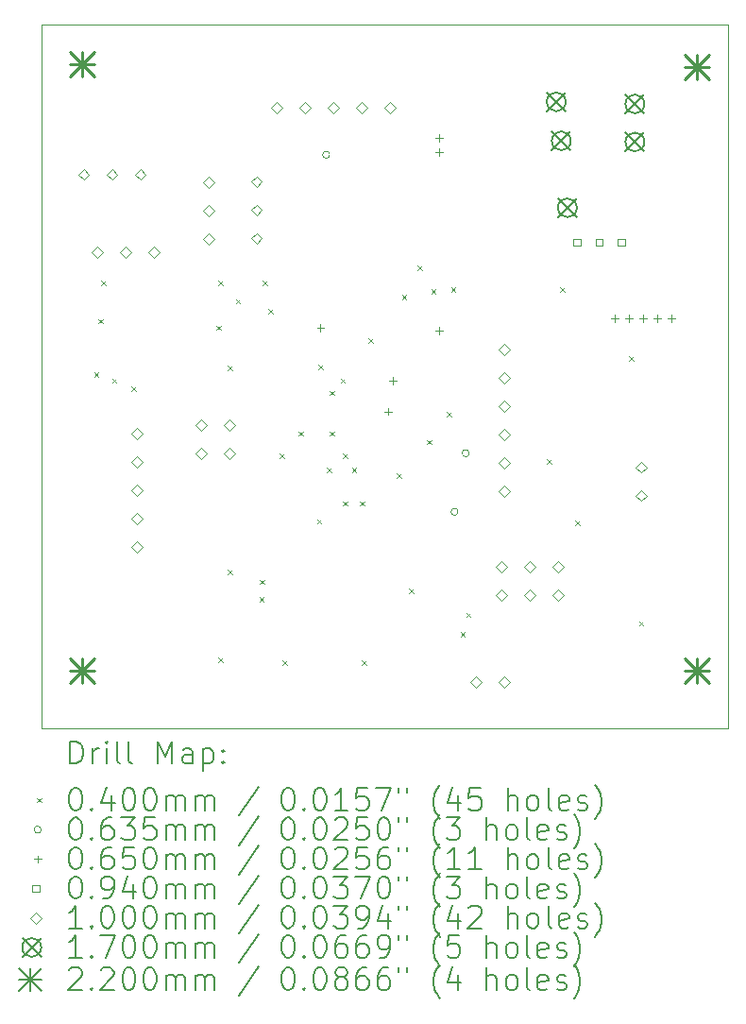
<source format=gbr>
%TF.GenerationSoftware,KiCad,Pcbnew,8.0.01-1-dev-1b3cf70eef*%
%TF.CreationDate,2024-03-18T17:19:17-07:00*%
%TF.ProjectId,i2s_to_toslink_pcb,6932735f-746f-45f7-946f-736c696e6b5f,rev?*%
%TF.SameCoordinates,Original*%
%TF.FileFunction,Drillmap*%
%TF.FilePolarity,Positive*%
%FSLAX45Y45*%
G04 Gerber Fmt 4.5, Leading zero omitted, Abs format (unit mm)*
G04 Created by KiCad (PCBNEW 8.0.01-1-dev-1b3cf70eef) date 2024-03-18 17:19:17*
%MOMM*%
%LPD*%
G01*
G04 APERTURE LIST*
%ADD10C,0.100000*%
%ADD11C,0.200000*%
%ADD12C,0.170000*%
%ADD13C,0.220000*%
G04 APERTURE END LIST*
D10*
X2050000Y-2007000D02*
X8204600Y-2007000D01*
X8204600Y-8314200D01*
X2050000Y-8314200D01*
X2050000Y-2007000D01*
D11*
D10*
X2520000Y-5126040D02*
X2560000Y-5166040D01*
X2560000Y-5126040D02*
X2520000Y-5166040D01*
X2556294Y-4645200D02*
X2596294Y-4685200D01*
X2596294Y-4645200D02*
X2556294Y-4685200D01*
X2580000Y-4305000D02*
X2620000Y-4345000D01*
X2620000Y-4305000D02*
X2580000Y-4345000D01*
X2680000Y-5180000D02*
X2720000Y-5220000D01*
X2720000Y-5180000D02*
X2680000Y-5220000D01*
X2853797Y-5253797D02*
X2893797Y-5293797D01*
X2893797Y-5253797D02*
X2853797Y-5293797D01*
X3614690Y-4705000D02*
X3654690Y-4745000D01*
X3654690Y-4705000D02*
X3614690Y-4745000D01*
X3630000Y-4305000D02*
X3670000Y-4345000D01*
X3670000Y-4305000D02*
X3630000Y-4345000D01*
X3630000Y-7680000D02*
X3670000Y-7720000D01*
X3670000Y-7680000D02*
X3630000Y-7720000D01*
X3717500Y-5067500D02*
X3757500Y-5107500D01*
X3757500Y-5067500D02*
X3717500Y-5107500D01*
X3720000Y-6894140D02*
X3760000Y-6934140D01*
X3760000Y-6894140D02*
X3720000Y-6934140D01*
X3790000Y-4468180D02*
X3830000Y-4508180D01*
X3830000Y-4468180D02*
X3790000Y-4508180D01*
X3999860Y-7141470D02*
X4039860Y-7181470D01*
X4039860Y-7141470D02*
X3999860Y-7181470D01*
X4002400Y-6983370D02*
X4042400Y-7023370D01*
X4042400Y-6983370D02*
X4002400Y-7023370D01*
X4030000Y-4305000D02*
X4070000Y-4345000D01*
X4070000Y-4305000D02*
X4030000Y-4345000D01*
X4080000Y-4555000D02*
X4120000Y-4595000D01*
X4120000Y-4555000D02*
X4080000Y-4595000D01*
X4180000Y-5855000D02*
X4220000Y-5895000D01*
X4220000Y-5855000D02*
X4180000Y-5895000D01*
X4205600Y-7704400D02*
X4245600Y-7744400D01*
X4245600Y-7704400D02*
X4205600Y-7744400D01*
X4355000Y-5655000D02*
X4395000Y-5695000D01*
X4395000Y-5655000D02*
X4355000Y-5695000D01*
X4516140Y-6441140D02*
X4556140Y-6481140D01*
X4556140Y-6441140D02*
X4516140Y-6481140D01*
X4530000Y-5055000D02*
X4570000Y-5095000D01*
X4570000Y-5055000D02*
X4530000Y-5095000D01*
X4605000Y-5980000D02*
X4645000Y-6020000D01*
X4645000Y-5980000D02*
X4605000Y-6020000D01*
X4630000Y-5290000D02*
X4670000Y-5330000D01*
X4670000Y-5290000D02*
X4630000Y-5330000D01*
X4630000Y-5655000D02*
X4670000Y-5695000D01*
X4670000Y-5655000D02*
X4630000Y-5695000D01*
X4730000Y-5180000D02*
X4770000Y-5220000D01*
X4770000Y-5180000D02*
X4730000Y-5220000D01*
X4753026Y-5855000D02*
X4793026Y-5895000D01*
X4793026Y-5855000D02*
X4753026Y-5895000D01*
X4753026Y-6280000D02*
X4793026Y-6320000D01*
X4793026Y-6280000D02*
X4753026Y-6320000D01*
X4830000Y-5980000D02*
X4870000Y-6020000D01*
X4870000Y-5980000D02*
X4830000Y-6020000D01*
X4905000Y-6280000D02*
X4945000Y-6320000D01*
X4945000Y-6280000D02*
X4905000Y-6320000D01*
X4916800Y-7709480D02*
X4956800Y-7749480D01*
X4956800Y-7709480D02*
X4916800Y-7749480D01*
X4980000Y-4820000D02*
X5020000Y-4860000D01*
X5020000Y-4820000D02*
X4980000Y-4860000D01*
X5230000Y-6030000D02*
X5270000Y-6070000D01*
X5270000Y-6030000D02*
X5230000Y-6070000D01*
X5280000Y-4430000D02*
X5320000Y-4470000D01*
X5320000Y-4430000D02*
X5280000Y-4470000D01*
X5343520Y-7064320D02*
X5383520Y-7104320D01*
X5383520Y-7064320D02*
X5343520Y-7104320D01*
X5420000Y-4165482D02*
X5460000Y-4205482D01*
X5460000Y-4165482D02*
X5420000Y-4205482D01*
X5505000Y-5730000D02*
X5545000Y-5770000D01*
X5545000Y-5730000D02*
X5505000Y-5770000D01*
X5542600Y-4379280D02*
X5582600Y-4419280D01*
X5582600Y-4379280D02*
X5542600Y-4419280D01*
X5680000Y-5480000D02*
X5720000Y-5520000D01*
X5720000Y-5480000D02*
X5680000Y-5520000D01*
X5720000Y-4360000D02*
X5760000Y-4400000D01*
X5760000Y-4360000D02*
X5720000Y-4400000D01*
X5805000Y-7455000D02*
X5845000Y-7495000D01*
X5845000Y-7455000D02*
X5805000Y-7495000D01*
X5855000Y-7280000D02*
X5895000Y-7320000D01*
X5895000Y-7280000D02*
X5855000Y-7320000D01*
X6580000Y-5905000D02*
X6620000Y-5945000D01*
X6620000Y-5905000D02*
X6580000Y-5945000D01*
X6700000Y-4360000D02*
X6740000Y-4400000D01*
X6740000Y-4360000D02*
X6700000Y-4400000D01*
X6830000Y-6455000D02*
X6870000Y-6495000D01*
X6870000Y-6455000D02*
X6830000Y-6495000D01*
X7314280Y-4980000D02*
X7354280Y-5020000D01*
X7354280Y-4980000D02*
X7314280Y-5020000D01*
X7405000Y-7355000D02*
X7445000Y-7395000D01*
X7445000Y-7355000D02*
X7405000Y-7395000D01*
X4631750Y-3175000D02*
G75*
G02*
X4568250Y-3175000I-31750J0D01*
G01*
X4568250Y-3175000D02*
G75*
G02*
X4631750Y-3175000I31750J0D01*
G01*
X5781750Y-6375000D02*
G75*
G02*
X5718250Y-6375000I-31750J0D01*
G01*
X5718250Y-6375000D02*
G75*
G02*
X5781750Y-6375000I31750J0D01*
G01*
X5881750Y-5850000D02*
G75*
G02*
X5818250Y-5850000I-31750J0D01*
G01*
X5818250Y-5850000D02*
G75*
G02*
X5881750Y-5850000I31750J0D01*
G01*
X4550000Y-4691900D02*
X4550000Y-4756900D01*
X4517500Y-4724400D02*
X4582500Y-4724400D01*
X5157700Y-5442500D02*
X5157700Y-5507500D01*
X5125200Y-5475000D02*
X5190200Y-5475000D01*
X5200000Y-5167500D02*
X5200000Y-5232500D01*
X5167500Y-5200000D02*
X5232500Y-5200000D01*
X5613400Y-2990100D02*
X5613400Y-3055100D01*
X5580900Y-3022600D02*
X5645900Y-3022600D01*
X5613400Y-3117100D02*
X5613400Y-3182100D01*
X5580900Y-3149600D02*
X5645900Y-3149600D01*
X5613400Y-4717300D02*
X5613400Y-4782300D01*
X5580900Y-4749800D02*
X5645900Y-4749800D01*
X7187200Y-4607500D02*
X7187200Y-4672500D01*
X7154700Y-4640000D02*
X7219700Y-4640000D01*
X7314200Y-4607500D02*
X7314200Y-4672500D01*
X7281700Y-4640000D02*
X7346700Y-4640000D01*
X7441200Y-4607500D02*
X7441200Y-4672500D01*
X7408700Y-4640000D02*
X7473700Y-4640000D01*
X7568200Y-4607500D02*
X7568200Y-4672500D01*
X7535700Y-4640000D02*
X7600700Y-4640000D01*
X7695200Y-4607500D02*
X7695200Y-4672500D01*
X7662700Y-4640000D02*
X7727700Y-4640000D01*
X6881074Y-3993094D02*
X6881074Y-3926626D01*
X6814606Y-3926626D01*
X6814606Y-3993094D01*
X6881074Y-3993094D01*
X7081074Y-3993094D02*
X7081074Y-3926626D01*
X7014606Y-3926626D01*
X7014606Y-3993094D01*
X7081074Y-3993094D01*
X7281074Y-3993094D02*
X7281074Y-3926626D01*
X7214606Y-3926626D01*
X7214606Y-3993094D01*
X7281074Y-3993094D01*
X2425000Y-3400000D02*
X2475000Y-3350000D01*
X2425000Y-3300000D01*
X2375000Y-3350000D01*
X2425000Y-3400000D01*
X2550000Y-4100000D02*
X2600000Y-4050000D01*
X2550000Y-4000000D01*
X2500000Y-4050000D01*
X2550000Y-4100000D01*
X2679000Y-3400000D02*
X2729000Y-3350000D01*
X2679000Y-3300000D01*
X2629000Y-3350000D01*
X2679000Y-3400000D01*
X2804000Y-4100000D02*
X2854000Y-4050000D01*
X2804000Y-4000000D01*
X2754000Y-4050000D01*
X2804000Y-4100000D01*
X2900000Y-5722000D02*
X2950000Y-5672000D01*
X2900000Y-5622000D01*
X2850000Y-5672000D01*
X2900000Y-5722000D01*
X2900000Y-5976000D02*
X2950000Y-5926000D01*
X2900000Y-5876000D01*
X2850000Y-5926000D01*
X2900000Y-5976000D01*
X2900000Y-6230000D02*
X2950000Y-6180000D01*
X2900000Y-6130000D01*
X2850000Y-6180000D01*
X2900000Y-6230000D01*
X2900000Y-6484000D02*
X2950000Y-6434000D01*
X2900000Y-6384000D01*
X2850000Y-6434000D01*
X2900000Y-6484000D01*
X2900000Y-6738000D02*
X2950000Y-6688000D01*
X2900000Y-6638000D01*
X2850000Y-6688000D01*
X2900000Y-6738000D01*
X2933000Y-3400000D02*
X2983000Y-3350000D01*
X2933000Y-3300000D01*
X2883000Y-3350000D01*
X2933000Y-3400000D01*
X3058000Y-4100000D02*
X3108000Y-4050000D01*
X3058000Y-4000000D01*
X3008000Y-4050000D01*
X3058000Y-4100000D01*
X3480000Y-5646000D02*
X3530000Y-5596000D01*
X3480000Y-5546000D01*
X3430000Y-5596000D01*
X3480000Y-5646000D01*
X3480000Y-5900000D02*
X3530000Y-5850000D01*
X3480000Y-5800000D01*
X3430000Y-5850000D01*
X3480000Y-5900000D01*
X3550000Y-3471000D02*
X3600000Y-3421000D01*
X3550000Y-3371000D01*
X3500000Y-3421000D01*
X3550000Y-3471000D01*
X3550000Y-3725000D02*
X3600000Y-3675000D01*
X3550000Y-3625000D01*
X3500000Y-3675000D01*
X3550000Y-3725000D01*
X3550000Y-3979000D02*
X3600000Y-3929000D01*
X3550000Y-3879000D01*
X3500000Y-3929000D01*
X3550000Y-3979000D01*
X3734000Y-5646000D02*
X3784000Y-5596000D01*
X3734000Y-5546000D01*
X3684000Y-5596000D01*
X3734000Y-5646000D01*
X3734000Y-5900000D02*
X3784000Y-5850000D01*
X3734000Y-5800000D01*
X3684000Y-5850000D01*
X3734000Y-5900000D01*
X3975000Y-3467000D02*
X4025000Y-3417000D01*
X3975000Y-3367000D01*
X3925000Y-3417000D01*
X3975000Y-3467000D01*
X3975000Y-3721000D02*
X4025000Y-3671000D01*
X3975000Y-3621000D01*
X3925000Y-3671000D01*
X3975000Y-3721000D01*
X3975000Y-3975000D02*
X4025000Y-3925000D01*
X3975000Y-3875000D01*
X3925000Y-3925000D01*
X3975000Y-3975000D01*
X4159000Y-2800000D02*
X4209000Y-2750000D01*
X4159000Y-2700000D01*
X4109000Y-2750000D01*
X4159000Y-2800000D01*
X4413000Y-2800000D02*
X4463000Y-2750000D01*
X4413000Y-2700000D01*
X4363000Y-2750000D01*
X4413000Y-2800000D01*
X4667000Y-2800000D02*
X4717000Y-2750000D01*
X4667000Y-2700000D01*
X4617000Y-2750000D01*
X4667000Y-2800000D01*
X4921000Y-2800000D02*
X4971000Y-2750000D01*
X4921000Y-2700000D01*
X4871000Y-2750000D01*
X4921000Y-2800000D01*
X5175000Y-2800000D02*
X5225000Y-2750000D01*
X5175000Y-2700000D01*
X5125000Y-2750000D01*
X5175000Y-2800000D01*
X5946000Y-7950000D02*
X5996000Y-7900000D01*
X5946000Y-7850000D01*
X5896000Y-7900000D01*
X5946000Y-7950000D01*
X6171000Y-6921000D02*
X6221000Y-6871000D01*
X6171000Y-6821000D01*
X6121000Y-6871000D01*
X6171000Y-6921000D01*
X6171000Y-7175000D02*
X6221000Y-7125000D01*
X6171000Y-7075000D01*
X6121000Y-7125000D01*
X6171000Y-7175000D01*
X6200000Y-4968000D02*
X6250000Y-4918000D01*
X6200000Y-4868000D01*
X6150000Y-4918000D01*
X6200000Y-4968000D01*
X6200000Y-5222000D02*
X6250000Y-5172000D01*
X6200000Y-5122000D01*
X6150000Y-5172000D01*
X6200000Y-5222000D01*
X6200000Y-5476000D02*
X6250000Y-5426000D01*
X6200000Y-5376000D01*
X6150000Y-5426000D01*
X6200000Y-5476000D01*
X6200000Y-5730000D02*
X6250000Y-5680000D01*
X6200000Y-5630000D01*
X6150000Y-5680000D01*
X6200000Y-5730000D01*
X6200000Y-5984000D02*
X6250000Y-5934000D01*
X6200000Y-5884000D01*
X6150000Y-5934000D01*
X6200000Y-5984000D01*
X6200000Y-6238000D02*
X6250000Y-6188000D01*
X6200000Y-6138000D01*
X6150000Y-6188000D01*
X6200000Y-6238000D01*
X6200000Y-7950000D02*
X6250000Y-7900000D01*
X6200000Y-7850000D01*
X6150000Y-7900000D01*
X6200000Y-7950000D01*
X6425000Y-6921000D02*
X6475000Y-6871000D01*
X6425000Y-6821000D01*
X6375000Y-6871000D01*
X6425000Y-6921000D01*
X6425000Y-7175000D02*
X6475000Y-7125000D01*
X6425000Y-7075000D01*
X6375000Y-7125000D01*
X6425000Y-7175000D01*
X6679000Y-6921000D02*
X6729000Y-6871000D01*
X6679000Y-6821000D01*
X6629000Y-6871000D01*
X6679000Y-6921000D01*
X6679000Y-7175000D02*
X6729000Y-7125000D01*
X6679000Y-7075000D01*
X6629000Y-7125000D01*
X6679000Y-7175000D01*
X7425000Y-6025000D02*
X7475000Y-5975000D01*
X7425000Y-5925000D01*
X7375000Y-5975000D01*
X7425000Y-6025000D01*
X7425000Y-6279000D02*
X7475000Y-6229000D01*
X7425000Y-6179000D01*
X7375000Y-6229000D01*
X7425000Y-6279000D01*
D12*
X6577840Y-2614860D02*
X6747840Y-2784860D01*
X6747840Y-2614860D02*
X6577840Y-2784860D01*
X6747840Y-2699860D02*
G75*
G02*
X6577840Y-2699860I-85000J0D01*
G01*
X6577840Y-2699860D02*
G75*
G02*
X6747840Y-2699860I85000J0D01*
G01*
X6622840Y-2964860D02*
X6792840Y-3134860D01*
X6792840Y-2964860D02*
X6622840Y-3134860D01*
X6792840Y-3049860D02*
G75*
G02*
X6622840Y-3049860I-85000J0D01*
G01*
X6622840Y-3049860D02*
G75*
G02*
X6792840Y-3049860I85000J0D01*
G01*
X6677840Y-3564860D02*
X6847840Y-3734860D01*
X6847840Y-3564860D02*
X6677840Y-3734860D01*
X6847840Y-3649860D02*
G75*
G02*
X6677840Y-3649860I-85000J0D01*
G01*
X6677840Y-3649860D02*
G75*
G02*
X6847840Y-3649860I85000J0D01*
G01*
X7282840Y-2634860D02*
X7452840Y-2804860D01*
X7452840Y-2634860D02*
X7282840Y-2804860D01*
X7452840Y-2719860D02*
G75*
G02*
X7282840Y-2719860I-85000J0D01*
G01*
X7282840Y-2719860D02*
G75*
G02*
X7452840Y-2719860I85000J0D01*
G01*
X7282840Y-2974860D02*
X7452840Y-3144860D01*
X7452840Y-2974860D02*
X7282840Y-3144860D01*
X7452840Y-3059860D02*
G75*
G02*
X7282840Y-3059860I-85000J0D01*
G01*
X7282840Y-3059860D02*
G75*
G02*
X7452840Y-3059860I85000J0D01*
G01*
D13*
X2303000Y-2252200D02*
X2523000Y-2472200D01*
X2523000Y-2252200D02*
X2303000Y-2472200D01*
X2413000Y-2252200D02*
X2413000Y-2472200D01*
X2303000Y-2362200D02*
X2523000Y-2362200D01*
X2303000Y-7687800D02*
X2523000Y-7907800D01*
X2523000Y-7687800D02*
X2303000Y-7907800D01*
X2413000Y-7687800D02*
X2413000Y-7907800D01*
X2303000Y-7797800D02*
X2523000Y-7797800D01*
X7814800Y-2277600D02*
X8034800Y-2497600D01*
X8034800Y-2277600D02*
X7814800Y-2497600D01*
X7924800Y-2277600D02*
X7924800Y-2497600D01*
X7814800Y-2387600D02*
X8034800Y-2387600D01*
X7814800Y-7687800D02*
X8034800Y-7907800D01*
X8034800Y-7687800D02*
X7814800Y-7907800D01*
X7924800Y-7687800D02*
X7924800Y-7907800D01*
X7814800Y-7797800D02*
X8034800Y-7797800D01*
D11*
X2305777Y-8630684D02*
X2305777Y-8430684D01*
X2305777Y-8430684D02*
X2353396Y-8430684D01*
X2353396Y-8430684D02*
X2381967Y-8440208D01*
X2381967Y-8440208D02*
X2401015Y-8459255D01*
X2401015Y-8459255D02*
X2410539Y-8478303D01*
X2410539Y-8478303D02*
X2420063Y-8516398D01*
X2420063Y-8516398D02*
X2420063Y-8544970D01*
X2420063Y-8544970D02*
X2410539Y-8583065D01*
X2410539Y-8583065D02*
X2401015Y-8602112D01*
X2401015Y-8602112D02*
X2381967Y-8621160D01*
X2381967Y-8621160D02*
X2353396Y-8630684D01*
X2353396Y-8630684D02*
X2305777Y-8630684D01*
X2505777Y-8630684D02*
X2505777Y-8497350D01*
X2505777Y-8535446D02*
X2515301Y-8516398D01*
X2515301Y-8516398D02*
X2524824Y-8506874D01*
X2524824Y-8506874D02*
X2543872Y-8497350D01*
X2543872Y-8497350D02*
X2562920Y-8497350D01*
X2629586Y-8630684D02*
X2629586Y-8497350D01*
X2629586Y-8430684D02*
X2620063Y-8440208D01*
X2620063Y-8440208D02*
X2629586Y-8449731D01*
X2629586Y-8449731D02*
X2639110Y-8440208D01*
X2639110Y-8440208D02*
X2629586Y-8430684D01*
X2629586Y-8430684D02*
X2629586Y-8449731D01*
X2753396Y-8630684D02*
X2734348Y-8621160D01*
X2734348Y-8621160D02*
X2724824Y-8602112D01*
X2724824Y-8602112D02*
X2724824Y-8430684D01*
X2858158Y-8630684D02*
X2839110Y-8621160D01*
X2839110Y-8621160D02*
X2829586Y-8602112D01*
X2829586Y-8602112D02*
X2829586Y-8430684D01*
X3086729Y-8630684D02*
X3086729Y-8430684D01*
X3086729Y-8430684D02*
X3153396Y-8573541D01*
X3153396Y-8573541D02*
X3220062Y-8430684D01*
X3220062Y-8430684D02*
X3220062Y-8630684D01*
X3401015Y-8630684D02*
X3401015Y-8525922D01*
X3401015Y-8525922D02*
X3391491Y-8506874D01*
X3391491Y-8506874D02*
X3372443Y-8497350D01*
X3372443Y-8497350D02*
X3334348Y-8497350D01*
X3334348Y-8497350D02*
X3315301Y-8506874D01*
X3401015Y-8621160D02*
X3381967Y-8630684D01*
X3381967Y-8630684D02*
X3334348Y-8630684D01*
X3334348Y-8630684D02*
X3315301Y-8621160D01*
X3315301Y-8621160D02*
X3305777Y-8602112D01*
X3305777Y-8602112D02*
X3305777Y-8583065D01*
X3305777Y-8583065D02*
X3315301Y-8564017D01*
X3315301Y-8564017D02*
X3334348Y-8554493D01*
X3334348Y-8554493D02*
X3381967Y-8554493D01*
X3381967Y-8554493D02*
X3401015Y-8544970D01*
X3496253Y-8497350D02*
X3496253Y-8697350D01*
X3496253Y-8506874D02*
X3515301Y-8497350D01*
X3515301Y-8497350D02*
X3553396Y-8497350D01*
X3553396Y-8497350D02*
X3572443Y-8506874D01*
X3572443Y-8506874D02*
X3581967Y-8516398D01*
X3581967Y-8516398D02*
X3591491Y-8535446D01*
X3591491Y-8535446D02*
X3591491Y-8592589D01*
X3591491Y-8592589D02*
X3581967Y-8611636D01*
X3581967Y-8611636D02*
X3572443Y-8621160D01*
X3572443Y-8621160D02*
X3553396Y-8630684D01*
X3553396Y-8630684D02*
X3515301Y-8630684D01*
X3515301Y-8630684D02*
X3496253Y-8621160D01*
X3677205Y-8611636D02*
X3686729Y-8621160D01*
X3686729Y-8621160D02*
X3677205Y-8630684D01*
X3677205Y-8630684D02*
X3667682Y-8621160D01*
X3667682Y-8621160D02*
X3677205Y-8611636D01*
X3677205Y-8611636D02*
X3677205Y-8630684D01*
X3677205Y-8506874D02*
X3686729Y-8516398D01*
X3686729Y-8516398D02*
X3677205Y-8525922D01*
X3677205Y-8525922D02*
X3667682Y-8516398D01*
X3667682Y-8516398D02*
X3677205Y-8506874D01*
X3677205Y-8506874D02*
X3677205Y-8525922D01*
D10*
X2005000Y-8939200D02*
X2045000Y-8979200D01*
X2045000Y-8939200D02*
X2005000Y-8979200D01*
D11*
X2343872Y-8850684D02*
X2362920Y-8850684D01*
X2362920Y-8850684D02*
X2381967Y-8860208D01*
X2381967Y-8860208D02*
X2391491Y-8869731D01*
X2391491Y-8869731D02*
X2401015Y-8888779D01*
X2401015Y-8888779D02*
X2410539Y-8926874D01*
X2410539Y-8926874D02*
X2410539Y-8974493D01*
X2410539Y-8974493D02*
X2401015Y-9012589D01*
X2401015Y-9012589D02*
X2391491Y-9031636D01*
X2391491Y-9031636D02*
X2381967Y-9041160D01*
X2381967Y-9041160D02*
X2362920Y-9050684D01*
X2362920Y-9050684D02*
X2343872Y-9050684D01*
X2343872Y-9050684D02*
X2324824Y-9041160D01*
X2324824Y-9041160D02*
X2315301Y-9031636D01*
X2315301Y-9031636D02*
X2305777Y-9012589D01*
X2305777Y-9012589D02*
X2296253Y-8974493D01*
X2296253Y-8974493D02*
X2296253Y-8926874D01*
X2296253Y-8926874D02*
X2305777Y-8888779D01*
X2305777Y-8888779D02*
X2315301Y-8869731D01*
X2315301Y-8869731D02*
X2324824Y-8860208D01*
X2324824Y-8860208D02*
X2343872Y-8850684D01*
X2496253Y-9031636D02*
X2505777Y-9041160D01*
X2505777Y-9041160D02*
X2496253Y-9050684D01*
X2496253Y-9050684D02*
X2486729Y-9041160D01*
X2486729Y-9041160D02*
X2496253Y-9031636D01*
X2496253Y-9031636D02*
X2496253Y-9050684D01*
X2677205Y-8917350D02*
X2677205Y-9050684D01*
X2629586Y-8841160D02*
X2581967Y-8984017D01*
X2581967Y-8984017D02*
X2705777Y-8984017D01*
X2820062Y-8850684D02*
X2839110Y-8850684D01*
X2839110Y-8850684D02*
X2858158Y-8860208D01*
X2858158Y-8860208D02*
X2867682Y-8869731D01*
X2867682Y-8869731D02*
X2877205Y-8888779D01*
X2877205Y-8888779D02*
X2886729Y-8926874D01*
X2886729Y-8926874D02*
X2886729Y-8974493D01*
X2886729Y-8974493D02*
X2877205Y-9012589D01*
X2877205Y-9012589D02*
X2867682Y-9031636D01*
X2867682Y-9031636D02*
X2858158Y-9041160D01*
X2858158Y-9041160D02*
X2839110Y-9050684D01*
X2839110Y-9050684D02*
X2820062Y-9050684D01*
X2820062Y-9050684D02*
X2801015Y-9041160D01*
X2801015Y-9041160D02*
X2791491Y-9031636D01*
X2791491Y-9031636D02*
X2781967Y-9012589D01*
X2781967Y-9012589D02*
X2772444Y-8974493D01*
X2772444Y-8974493D02*
X2772444Y-8926874D01*
X2772444Y-8926874D02*
X2781967Y-8888779D01*
X2781967Y-8888779D02*
X2791491Y-8869731D01*
X2791491Y-8869731D02*
X2801015Y-8860208D01*
X2801015Y-8860208D02*
X2820062Y-8850684D01*
X3010539Y-8850684D02*
X3029586Y-8850684D01*
X3029586Y-8850684D02*
X3048634Y-8860208D01*
X3048634Y-8860208D02*
X3058158Y-8869731D01*
X3058158Y-8869731D02*
X3067682Y-8888779D01*
X3067682Y-8888779D02*
X3077205Y-8926874D01*
X3077205Y-8926874D02*
X3077205Y-8974493D01*
X3077205Y-8974493D02*
X3067682Y-9012589D01*
X3067682Y-9012589D02*
X3058158Y-9031636D01*
X3058158Y-9031636D02*
X3048634Y-9041160D01*
X3048634Y-9041160D02*
X3029586Y-9050684D01*
X3029586Y-9050684D02*
X3010539Y-9050684D01*
X3010539Y-9050684D02*
X2991491Y-9041160D01*
X2991491Y-9041160D02*
X2981967Y-9031636D01*
X2981967Y-9031636D02*
X2972443Y-9012589D01*
X2972443Y-9012589D02*
X2962920Y-8974493D01*
X2962920Y-8974493D02*
X2962920Y-8926874D01*
X2962920Y-8926874D02*
X2972443Y-8888779D01*
X2972443Y-8888779D02*
X2981967Y-8869731D01*
X2981967Y-8869731D02*
X2991491Y-8860208D01*
X2991491Y-8860208D02*
X3010539Y-8850684D01*
X3162920Y-9050684D02*
X3162920Y-8917350D01*
X3162920Y-8936398D02*
X3172443Y-8926874D01*
X3172443Y-8926874D02*
X3191491Y-8917350D01*
X3191491Y-8917350D02*
X3220063Y-8917350D01*
X3220063Y-8917350D02*
X3239110Y-8926874D01*
X3239110Y-8926874D02*
X3248634Y-8945922D01*
X3248634Y-8945922D02*
X3248634Y-9050684D01*
X3248634Y-8945922D02*
X3258158Y-8926874D01*
X3258158Y-8926874D02*
X3277205Y-8917350D01*
X3277205Y-8917350D02*
X3305777Y-8917350D01*
X3305777Y-8917350D02*
X3324824Y-8926874D01*
X3324824Y-8926874D02*
X3334348Y-8945922D01*
X3334348Y-8945922D02*
X3334348Y-9050684D01*
X3429586Y-9050684D02*
X3429586Y-8917350D01*
X3429586Y-8936398D02*
X3439110Y-8926874D01*
X3439110Y-8926874D02*
X3458158Y-8917350D01*
X3458158Y-8917350D02*
X3486729Y-8917350D01*
X3486729Y-8917350D02*
X3505777Y-8926874D01*
X3505777Y-8926874D02*
X3515301Y-8945922D01*
X3515301Y-8945922D02*
X3515301Y-9050684D01*
X3515301Y-8945922D02*
X3524824Y-8926874D01*
X3524824Y-8926874D02*
X3543872Y-8917350D01*
X3543872Y-8917350D02*
X3572443Y-8917350D01*
X3572443Y-8917350D02*
X3591491Y-8926874D01*
X3591491Y-8926874D02*
X3601015Y-8945922D01*
X3601015Y-8945922D02*
X3601015Y-9050684D01*
X3991491Y-8841160D02*
X3820063Y-9098303D01*
X4248634Y-8850684D02*
X4267682Y-8850684D01*
X4267682Y-8850684D02*
X4286729Y-8860208D01*
X4286729Y-8860208D02*
X4296253Y-8869731D01*
X4296253Y-8869731D02*
X4305777Y-8888779D01*
X4305777Y-8888779D02*
X4315301Y-8926874D01*
X4315301Y-8926874D02*
X4315301Y-8974493D01*
X4315301Y-8974493D02*
X4305777Y-9012589D01*
X4305777Y-9012589D02*
X4296253Y-9031636D01*
X4296253Y-9031636D02*
X4286729Y-9041160D01*
X4286729Y-9041160D02*
X4267682Y-9050684D01*
X4267682Y-9050684D02*
X4248634Y-9050684D01*
X4248634Y-9050684D02*
X4229587Y-9041160D01*
X4229587Y-9041160D02*
X4220063Y-9031636D01*
X4220063Y-9031636D02*
X4210539Y-9012589D01*
X4210539Y-9012589D02*
X4201015Y-8974493D01*
X4201015Y-8974493D02*
X4201015Y-8926874D01*
X4201015Y-8926874D02*
X4210539Y-8888779D01*
X4210539Y-8888779D02*
X4220063Y-8869731D01*
X4220063Y-8869731D02*
X4229587Y-8860208D01*
X4229587Y-8860208D02*
X4248634Y-8850684D01*
X4401015Y-9031636D02*
X4410539Y-9041160D01*
X4410539Y-9041160D02*
X4401015Y-9050684D01*
X4401015Y-9050684D02*
X4391491Y-9041160D01*
X4391491Y-9041160D02*
X4401015Y-9031636D01*
X4401015Y-9031636D02*
X4401015Y-9050684D01*
X4534348Y-8850684D02*
X4553396Y-8850684D01*
X4553396Y-8850684D02*
X4572444Y-8860208D01*
X4572444Y-8860208D02*
X4581968Y-8869731D01*
X4581968Y-8869731D02*
X4591491Y-8888779D01*
X4591491Y-8888779D02*
X4601015Y-8926874D01*
X4601015Y-8926874D02*
X4601015Y-8974493D01*
X4601015Y-8974493D02*
X4591491Y-9012589D01*
X4591491Y-9012589D02*
X4581968Y-9031636D01*
X4581968Y-9031636D02*
X4572444Y-9041160D01*
X4572444Y-9041160D02*
X4553396Y-9050684D01*
X4553396Y-9050684D02*
X4534348Y-9050684D01*
X4534348Y-9050684D02*
X4515301Y-9041160D01*
X4515301Y-9041160D02*
X4505777Y-9031636D01*
X4505777Y-9031636D02*
X4496253Y-9012589D01*
X4496253Y-9012589D02*
X4486729Y-8974493D01*
X4486729Y-8974493D02*
X4486729Y-8926874D01*
X4486729Y-8926874D02*
X4496253Y-8888779D01*
X4496253Y-8888779D02*
X4505777Y-8869731D01*
X4505777Y-8869731D02*
X4515301Y-8860208D01*
X4515301Y-8860208D02*
X4534348Y-8850684D01*
X4791491Y-9050684D02*
X4677206Y-9050684D01*
X4734348Y-9050684D02*
X4734348Y-8850684D01*
X4734348Y-8850684D02*
X4715301Y-8879255D01*
X4715301Y-8879255D02*
X4696253Y-8898303D01*
X4696253Y-8898303D02*
X4677206Y-8907827D01*
X4972444Y-8850684D02*
X4877206Y-8850684D01*
X4877206Y-8850684D02*
X4867682Y-8945922D01*
X4867682Y-8945922D02*
X4877206Y-8936398D01*
X4877206Y-8936398D02*
X4896253Y-8926874D01*
X4896253Y-8926874D02*
X4943872Y-8926874D01*
X4943872Y-8926874D02*
X4962920Y-8936398D01*
X4962920Y-8936398D02*
X4972444Y-8945922D01*
X4972444Y-8945922D02*
X4981968Y-8964970D01*
X4981968Y-8964970D02*
X4981968Y-9012589D01*
X4981968Y-9012589D02*
X4972444Y-9031636D01*
X4972444Y-9031636D02*
X4962920Y-9041160D01*
X4962920Y-9041160D02*
X4943872Y-9050684D01*
X4943872Y-9050684D02*
X4896253Y-9050684D01*
X4896253Y-9050684D02*
X4877206Y-9041160D01*
X4877206Y-9041160D02*
X4867682Y-9031636D01*
X5048634Y-8850684D02*
X5181968Y-8850684D01*
X5181968Y-8850684D02*
X5096253Y-9050684D01*
X5248634Y-8850684D02*
X5248634Y-8888779D01*
X5324825Y-8850684D02*
X5324825Y-8888779D01*
X5620063Y-9126874D02*
X5610539Y-9117350D01*
X5610539Y-9117350D02*
X5591491Y-9088779D01*
X5591491Y-9088779D02*
X5581968Y-9069731D01*
X5581968Y-9069731D02*
X5572444Y-9041160D01*
X5572444Y-9041160D02*
X5562920Y-8993541D01*
X5562920Y-8993541D02*
X5562920Y-8955446D01*
X5562920Y-8955446D02*
X5572444Y-8907827D01*
X5572444Y-8907827D02*
X5581968Y-8879255D01*
X5581968Y-8879255D02*
X5591491Y-8860208D01*
X5591491Y-8860208D02*
X5610539Y-8831636D01*
X5610539Y-8831636D02*
X5620063Y-8822112D01*
X5781968Y-8917350D02*
X5781968Y-9050684D01*
X5734348Y-8841160D02*
X5686729Y-8984017D01*
X5686729Y-8984017D02*
X5810539Y-8984017D01*
X5981968Y-8850684D02*
X5886729Y-8850684D01*
X5886729Y-8850684D02*
X5877206Y-8945922D01*
X5877206Y-8945922D02*
X5886729Y-8936398D01*
X5886729Y-8936398D02*
X5905777Y-8926874D01*
X5905777Y-8926874D02*
X5953396Y-8926874D01*
X5953396Y-8926874D02*
X5972444Y-8936398D01*
X5972444Y-8936398D02*
X5981968Y-8945922D01*
X5981968Y-8945922D02*
X5991491Y-8964970D01*
X5991491Y-8964970D02*
X5991491Y-9012589D01*
X5991491Y-9012589D02*
X5981968Y-9031636D01*
X5981968Y-9031636D02*
X5972444Y-9041160D01*
X5972444Y-9041160D02*
X5953396Y-9050684D01*
X5953396Y-9050684D02*
X5905777Y-9050684D01*
X5905777Y-9050684D02*
X5886729Y-9041160D01*
X5886729Y-9041160D02*
X5877206Y-9031636D01*
X6229587Y-9050684D02*
X6229587Y-8850684D01*
X6315301Y-9050684D02*
X6315301Y-8945922D01*
X6315301Y-8945922D02*
X6305777Y-8926874D01*
X6305777Y-8926874D02*
X6286730Y-8917350D01*
X6286730Y-8917350D02*
X6258158Y-8917350D01*
X6258158Y-8917350D02*
X6239110Y-8926874D01*
X6239110Y-8926874D02*
X6229587Y-8936398D01*
X6439110Y-9050684D02*
X6420063Y-9041160D01*
X6420063Y-9041160D02*
X6410539Y-9031636D01*
X6410539Y-9031636D02*
X6401015Y-9012589D01*
X6401015Y-9012589D02*
X6401015Y-8955446D01*
X6401015Y-8955446D02*
X6410539Y-8936398D01*
X6410539Y-8936398D02*
X6420063Y-8926874D01*
X6420063Y-8926874D02*
X6439110Y-8917350D01*
X6439110Y-8917350D02*
X6467682Y-8917350D01*
X6467682Y-8917350D02*
X6486730Y-8926874D01*
X6486730Y-8926874D02*
X6496253Y-8936398D01*
X6496253Y-8936398D02*
X6505777Y-8955446D01*
X6505777Y-8955446D02*
X6505777Y-9012589D01*
X6505777Y-9012589D02*
X6496253Y-9031636D01*
X6496253Y-9031636D02*
X6486730Y-9041160D01*
X6486730Y-9041160D02*
X6467682Y-9050684D01*
X6467682Y-9050684D02*
X6439110Y-9050684D01*
X6620063Y-9050684D02*
X6601015Y-9041160D01*
X6601015Y-9041160D02*
X6591491Y-9022112D01*
X6591491Y-9022112D02*
X6591491Y-8850684D01*
X6772444Y-9041160D02*
X6753396Y-9050684D01*
X6753396Y-9050684D02*
X6715301Y-9050684D01*
X6715301Y-9050684D02*
X6696253Y-9041160D01*
X6696253Y-9041160D02*
X6686730Y-9022112D01*
X6686730Y-9022112D02*
X6686730Y-8945922D01*
X6686730Y-8945922D02*
X6696253Y-8926874D01*
X6696253Y-8926874D02*
X6715301Y-8917350D01*
X6715301Y-8917350D02*
X6753396Y-8917350D01*
X6753396Y-8917350D02*
X6772444Y-8926874D01*
X6772444Y-8926874D02*
X6781968Y-8945922D01*
X6781968Y-8945922D02*
X6781968Y-8964970D01*
X6781968Y-8964970D02*
X6686730Y-8984017D01*
X6858158Y-9041160D02*
X6877206Y-9050684D01*
X6877206Y-9050684D02*
X6915301Y-9050684D01*
X6915301Y-9050684D02*
X6934349Y-9041160D01*
X6934349Y-9041160D02*
X6943872Y-9022112D01*
X6943872Y-9022112D02*
X6943872Y-9012589D01*
X6943872Y-9012589D02*
X6934349Y-8993541D01*
X6934349Y-8993541D02*
X6915301Y-8984017D01*
X6915301Y-8984017D02*
X6886730Y-8984017D01*
X6886730Y-8984017D02*
X6867682Y-8974493D01*
X6867682Y-8974493D02*
X6858158Y-8955446D01*
X6858158Y-8955446D02*
X6858158Y-8945922D01*
X6858158Y-8945922D02*
X6867682Y-8926874D01*
X6867682Y-8926874D02*
X6886730Y-8917350D01*
X6886730Y-8917350D02*
X6915301Y-8917350D01*
X6915301Y-8917350D02*
X6934349Y-8926874D01*
X7010539Y-9126874D02*
X7020063Y-9117350D01*
X7020063Y-9117350D02*
X7039111Y-9088779D01*
X7039111Y-9088779D02*
X7048634Y-9069731D01*
X7048634Y-9069731D02*
X7058158Y-9041160D01*
X7058158Y-9041160D02*
X7067682Y-8993541D01*
X7067682Y-8993541D02*
X7067682Y-8955446D01*
X7067682Y-8955446D02*
X7058158Y-8907827D01*
X7058158Y-8907827D02*
X7048634Y-8879255D01*
X7048634Y-8879255D02*
X7039111Y-8860208D01*
X7039111Y-8860208D02*
X7020063Y-8831636D01*
X7020063Y-8831636D02*
X7010539Y-8822112D01*
D10*
X2045000Y-9223200D02*
G75*
G02*
X1981500Y-9223200I-31750J0D01*
G01*
X1981500Y-9223200D02*
G75*
G02*
X2045000Y-9223200I31750J0D01*
G01*
D11*
X2343872Y-9114684D02*
X2362920Y-9114684D01*
X2362920Y-9114684D02*
X2381967Y-9124208D01*
X2381967Y-9124208D02*
X2391491Y-9133731D01*
X2391491Y-9133731D02*
X2401015Y-9152779D01*
X2401015Y-9152779D02*
X2410539Y-9190874D01*
X2410539Y-9190874D02*
X2410539Y-9238493D01*
X2410539Y-9238493D02*
X2401015Y-9276589D01*
X2401015Y-9276589D02*
X2391491Y-9295636D01*
X2391491Y-9295636D02*
X2381967Y-9305160D01*
X2381967Y-9305160D02*
X2362920Y-9314684D01*
X2362920Y-9314684D02*
X2343872Y-9314684D01*
X2343872Y-9314684D02*
X2324824Y-9305160D01*
X2324824Y-9305160D02*
X2315301Y-9295636D01*
X2315301Y-9295636D02*
X2305777Y-9276589D01*
X2305777Y-9276589D02*
X2296253Y-9238493D01*
X2296253Y-9238493D02*
X2296253Y-9190874D01*
X2296253Y-9190874D02*
X2305777Y-9152779D01*
X2305777Y-9152779D02*
X2315301Y-9133731D01*
X2315301Y-9133731D02*
X2324824Y-9124208D01*
X2324824Y-9124208D02*
X2343872Y-9114684D01*
X2496253Y-9295636D02*
X2505777Y-9305160D01*
X2505777Y-9305160D02*
X2496253Y-9314684D01*
X2496253Y-9314684D02*
X2486729Y-9305160D01*
X2486729Y-9305160D02*
X2496253Y-9295636D01*
X2496253Y-9295636D02*
X2496253Y-9314684D01*
X2677205Y-9114684D02*
X2639110Y-9114684D01*
X2639110Y-9114684D02*
X2620063Y-9124208D01*
X2620063Y-9124208D02*
X2610539Y-9133731D01*
X2610539Y-9133731D02*
X2591491Y-9162303D01*
X2591491Y-9162303D02*
X2581967Y-9200398D01*
X2581967Y-9200398D02*
X2581967Y-9276589D01*
X2581967Y-9276589D02*
X2591491Y-9295636D01*
X2591491Y-9295636D02*
X2601015Y-9305160D01*
X2601015Y-9305160D02*
X2620063Y-9314684D01*
X2620063Y-9314684D02*
X2658158Y-9314684D01*
X2658158Y-9314684D02*
X2677205Y-9305160D01*
X2677205Y-9305160D02*
X2686729Y-9295636D01*
X2686729Y-9295636D02*
X2696253Y-9276589D01*
X2696253Y-9276589D02*
X2696253Y-9228970D01*
X2696253Y-9228970D02*
X2686729Y-9209922D01*
X2686729Y-9209922D02*
X2677205Y-9200398D01*
X2677205Y-9200398D02*
X2658158Y-9190874D01*
X2658158Y-9190874D02*
X2620063Y-9190874D01*
X2620063Y-9190874D02*
X2601015Y-9200398D01*
X2601015Y-9200398D02*
X2591491Y-9209922D01*
X2591491Y-9209922D02*
X2581967Y-9228970D01*
X2762920Y-9114684D02*
X2886729Y-9114684D01*
X2886729Y-9114684D02*
X2820062Y-9190874D01*
X2820062Y-9190874D02*
X2848634Y-9190874D01*
X2848634Y-9190874D02*
X2867682Y-9200398D01*
X2867682Y-9200398D02*
X2877205Y-9209922D01*
X2877205Y-9209922D02*
X2886729Y-9228970D01*
X2886729Y-9228970D02*
X2886729Y-9276589D01*
X2886729Y-9276589D02*
X2877205Y-9295636D01*
X2877205Y-9295636D02*
X2867682Y-9305160D01*
X2867682Y-9305160D02*
X2848634Y-9314684D01*
X2848634Y-9314684D02*
X2791491Y-9314684D01*
X2791491Y-9314684D02*
X2772444Y-9305160D01*
X2772444Y-9305160D02*
X2762920Y-9295636D01*
X3067682Y-9114684D02*
X2972443Y-9114684D01*
X2972443Y-9114684D02*
X2962920Y-9209922D01*
X2962920Y-9209922D02*
X2972443Y-9200398D01*
X2972443Y-9200398D02*
X2991491Y-9190874D01*
X2991491Y-9190874D02*
X3039110Y-9190874D01*
X3039110Y-9190874D02*
X3058158Y-9200398D01*
X3058158Y-9200398D02*
X3067682Y-9209922D01*
X3067682Y-9209922D02*
X3077205Y-9228970D01*
X3077205Y-9228970D02*
X3077205Y-9276589D01*
X3077205Y-9276589D02*
X3067682Y-9295636D01*
X3067682Y-9295636D02*
X3058158Y-9305160D01*
X3058158Y-9305160D02*
X3039110Y-9314684D01*
X3039110Y-9314684D02*
X2991491Y-9314684D01*
X2991491Y-9314684D02*
X2972443Y-9305160D01*
X2972443Y-9305160D02*
X2962920Y-9295636D01*
X3162920Y-9314684D02*
X3162920Y-9181350D01*
X3162920Y-9200398D02*
X3172443Y-9190874D01*
X3172443Y-9190874D02*
X3191491Y-9181350D01*
X3191491Y-9181350D02*
X3220063Y-9181350D01*
X3220063Y-9181350D02*
X3239110Y-9190874D01*
X3239110Y-9190874D02*
X3248634Y-9209922D01*
X3248634Y-9209922D02*
X3248634Y-9314684D01*
X3248634Y-9209922D02*
X3258158Y-9190874D01*
X3258158Y-9190874D02*
X3277205Y-9181350D01*
X3277205Y-9181350D02*
X3305777Y-9181350D01*
X3305777Y-9181350D02*
X3324824Y-9190874D01*
X3324824Y-9190874D02*
X3334348Y-9209922D01*
X3334348Y-9209922D02*
X3334348Y-9314684D01*
X3429586Y-9314684D02*
X3429586Y-9181350D01*
X3429586Y-9200398D02*
X3439110Y-9190874D01*
X3439110Y-9190874D02*
X3458158Y-9181350D01*
X3458158Y-9181350D02*
X3486729Y-9181350D01*
X3486729Y-9181350D02*
X3505777Y-9190874D01*
X3505777Y-9190874D02*
X3515301Y-9209922D01*
X3515301Y-9209922D02*
X3515301Y-9314684D01*
X3515301Y-9209922D02*
X3524824Y-9190874D01*
X3524824Y-9190874D02*
X3543872Y-9181350D01*
X3543872Y-9181350D02*
X3572443Y-9181350D01*
X3572443Y-9181350D02*
X3591491Y-9190874D01*
X3591491Y-9190874D02*
X3601015Y-9209922D01*
X3601015Y-9209922D02*
X3601015Y-9314684D01*
X3991491Y-9105160D02*
X3820063Y-9362303D01*
X4248634Y-9114684D02*
X4267682Y-9114684D01*
X4267682Y-9114684D02*
X4286729Y-9124208D01*
X4286729Y-9124208D02*
X4296253Y-9133731D01*
X4296253Y-9133731D02*
X4305777Y-9152779D01*
X4305777Y-9152779D02*
X4315301Y-9190874D01*
X4315301Y-9190874D02*
X4315301Y-9238493D01*
X4315301Y-9238493D02*
X4305777Y-9276589D01*
X4305777Y-9276589D02*
X4296253Y-9295636D01*
X4296253Y-9295636D02*
X4286729Y-9305160D01*
X4286729Y-9305160D02*
X4267682Y-9314684D01*
X4267682Y-9314684D02*
X4248634Y-9314684D01*
X4248634Y-9314684D02*
X4229587Y-9305160D01*
X4229587Y-9305160D02*
X4220063Y-9295636D01*
X4220063Y-9295636D02*
X4210539Y-9276589D01*
X4210539Y-9276589D02*
X4201015Y-9238493D01*
X4201015Y-9238493D02*
X4201015Y-9190874D01*
X4201015Y-9190874D02*
X4210539Y-9152779D01*
X4210539Y-9152779D02*
X4220063Y-9133731D01*
X4220063Y-9133731D02*
X4229587Y-9124208D01*
X4229587Y-9124208D02*
X4248634Y-9114684D01*
X4401015Y-9295636D02*
X4410539Y-9305160D01*
X4410539Y-9305160D02*
X4401015Y-9314684D01*
X4401015Y-9314684D02*
X4391491Y-9305160D01*
X4391491Y-9305160D02*
X4401015Y-9295636D01*
X4401015Y-9295636D02*
X4401015Y-9314684D01*
X4534348Y-9114684D02*
X4553396Y-9114684D01*
X4553396Y-9114684D02*
X4572444Y-9124208D01*
X4572444Y-9124208D02*
X4581968Y-9133731D01*
X4581968Y-9133731D02*
X4591491Y-9152779D01*
X4591491Y-9152779D02*
X4601015Y-9190874D01*
X4601015Y-9190874D02*
X4601015Y-9238493D01*
X4601015Y-9238493D02*
X4591491Y-9276589D01*
X4591491Y-9276589D02*
X4581968Y-9295636D01*
X4581968Y-9295636D02*
X4572444Y-9305160D01*
X4572444Y-9305160D02*
X4553396Y-9314684D01*
X4553396Y-9314684D02*
X4534348Y-9314684D01*
X4534348Y-9314684D02*
X4515301Y-9305160D01*
X4515301Y-9305160D02*
X4505777Y-9295636D01*
X4505777Y-9295636D02*
X4496253Y-9276589D01*
X4496253Y-9276589D02*
X4486729Y-9238493D01*
X4486729Y-9238493D02*
X4486729Y-9190874D01*
X4486729Y-9190874D02*
X4496253Y-9152779D01*
X4496253Y-9152779D02*
X4505777Y-9133731D01*
X4505777Y-9133731D02*
X4515301Y-9124208D01*
X4515301Y-9124208D02*
X4534348Y-9114684D01*
X4677206Y-9133731D02*
X4686729Y-9124208D01*
X4686729Y-9124208D02*
X4705777Y-9114684D01*
X4705777Y-9114684D02*
X4753396Y-9114684D01*
X4753396Y-9114684D02*
X4772444Y-9124208D01*
X4772444Y-9124208D02*
X4781968Y-9133731D01*
X4781968Y-9133731D02*
X4791491Y-9152779D01*
X4791491Y-9152779D02*
X4791491Y-9171827D01*
X4791491Y-9171827D02*
X4781968Y-9200398D01*
X4781968Y-9200398D02*
X4667682Y-9314684D01*
X4667682Y-9314684D02*
X4791491Y-9314684D01*
X4972444Y-9114684D02*
X4877206Y-9114684D01*
X4877206Y-9114684D02*
X4867682Y-9209922D01*
X4867682Y-9209922D02*
X4877206Y-9200398D01*
X4877206Y-9200398D02*
X4896253Y-9190874D01*
X4896253Y-9190874D02*
X4943872Y-9190874D01*
X4943872Y-9190874D02*
X4962920Y-9200398D01*
X4962920Y-9200398D02*
X4972444Y-9209922D01*
X4972444Y-9209922D02*
X4981968Y-9228970D01*
X4981968Y-9228970D02*
X4981968Y-9276589D01*
X4981968Y-9276589D02*
X4972444Y-9295636D01*
X4972444Y-9295636D02*
X4962920Y-9305160D01*
X4962920Y-9305160D02*
X4943872Y-9314684D01*
X4943872Y-9314684D02*
X4896253Y-9314684D01*
X4896253Y-9314684D02*
X4877206Y-9305160D01*
X4877206Y-9305160D02*
X4867682Y-9295636D01*
X5105777Y-9114684D02*
X5124825Y-9114684D01*
X5124825Y-9114684D02*
X5143872Y-9124208D01*
X5143872Y-9124208D02*
X5153396Y-9133731D01*
X5153396Y-9133731D02*
X5162920Y-9152779D01*
X5162920Y-9152779D02*
X5172444Y-9190874D01*
X5172444Y-9190874D02*
X5172444Y-9238493D01*
X5172444Y-9238493D02*
X5162920Y-9276589D01*
X5162920Y-9276589D02*
X5153396Y-9295636D01*
X5153396Y-9295636D02*
X5143872Y-9305160D01*
X5143872Y-9305160D02*
X5124825Y-9314684D01*
X5124825Y-9314684D02*
X5105777Y-9314684D01*
X5105777Y-9314684D02*
X5086729Y-9305160D01*
X5086729Y-9305160D02*
X5077206Y-9295636D01*
X5077206Y-9295636D02*
X5067682Y-9276589D01*
X5067682Y-9276589D02*
X5058158Y-9238493D01*
X5058158Y-9238493D02*
X5058158Y-9190874D01*
X5058158Y-9190874D02*
X5067682Y-9152779D01*
X5067682Y-9152779D02*
X5077206Y-9133731D01*
X5077206Y-9133731D02*
X5086729Y-9124208D01*
X5086729Y-9124208D02*
X5105777Y-9114684D01*
X5248634Y-9114684D02*
X5248634Y-9152779D01*
X5324825Y-9114684D02*
X5324825Y-9152779D01*
X5620063Y-9390874D02*
X5610539Y-9381350D01*
X5610539Y-9381350D02*
X5591491Y-9352779D01*
X5591491Y-9352779D02*
X5581968Y-9333731D01*
X5581968Y-9333731D02*
X5572444Y-9305160D01*
X5572444Y-9305160D02*
X5562920Y-9257541D01*
X5562920Y-9257541D02*
X5562920Y-9219446D01*
X5562920Y-9219446D02*
X5572444Y-9171827D01*
X5572444Y-9171827D02*
X5581968Y-9143255D01*
X5581968Y-9143255D02*
X5591491Y-9124208D01*
X5591491Y-9124208D02*
X5610539Y-9095636D01*
X5610539Y-9095636D02*
X5620063Y-9086112D01*
X5677206Y-9114684D02*
X5801015Y-9114684D01*
X5801015Y-9114684D02*
X5734348Y-9190874D01*
X5734348Y-9190874D02*
X5762920Y-9190874D01*
X5762920Y-9190874D02*
X5781968Y-9200398D01*
X5781968Y-9200398D02*
X5791491Y-9209922D01*
X5791491Y-9209922D02*
X5801015Y-9228970D01*
X5801015Y-9228970D02*
X5801015Y-9276589D01*
X5801015Y-9276589D02*
X5791491Y-9295636D01*
X5791491Y-9295636D02*
X5781968Y-9305160D01*
X5781968Y-9305160D02*
X5762920Y-9314684D01*
X5762920Y-9314684D02*
X5705777Y-9314684D01*
X5705777Y-9314684D02*
X5686729Y-9305160D01*
X5686729Y-9305160D02*
X5677206Y-9295636D01*
X6039110Y-9314684D02*
X6039110Y-9114684D01*
X6124825Y-9314684D02*
X6124825Y-9209922D01*
X6124825Y-9209922D02*
X6115301Y-9190874D01*
X6115301Y-9190874D02*
X6096253Y-9181350D01*
X6096253Y-9181350D02*
X6067682Y-9181350D01*
X6067682Y-9181350D02*
X6048634Y-9190874D01*
X6048634Y-9190874D02*
X6039110Y-9200398D01*
X6248634Y-9314684D02*
X6229587Y-9305160D01*
X6229587Y-9305160D02*
X6220063Y-9295636D01*
X6220063Y-9295636D02*
X6210539Y-9276589D01*
X6210539Y-9276589D02*
X6210539Y-9219446D01*
X6210539Y-9219446D02*
X6220063Y-9200398D01*
X6220063Y-9200398D02*
X6229587Y-9190874D01*
X6229587Y-9190874D02*
X6248634Y-9181350D01*
X6248634Y-9181350D02*
X6277206Y-9181350D01*
X6277206Y-9181350D02*
X6296253Y-9190874D01*
X6296253Y-9190874D02*
X6305777Y-9200398D01*
X6305777Y-9200398D02*
X6315301Y-9219446D01*
X6315301Y-9219446D02*
X6315301Y-9276589D01*
X6315301Y-9276589D02*
X6305777Y-9295636D01*
X6305777Y-9295636D02*
X6296253Y-9305160D01*
X6296253Y-9305160D02*
X6277206Y-9314684D01*
X6277206Y-9314684D02*
X6248634Y-9314684D01*
X6429587Y-9314684D02*
X6410539Y-9305160D01*
X6410539Y-9305160D02*
X6401015Y-9286112D01*
X6401015Y-9286112D02*
X6401015Y-9114684D01*
X6581968Y-9305160D02*
X6562920Y-9314684D01*
X6562920Y-9314684D02*
X6524825Y-9314684D01*
X6524825Y-9314684D02*
X6505777Y-9305160D01*
X6505777Y-9305160D02*
X6496253Y-9286112D01*
X6496253Y-9286112D02*
X6496253Y-9209922D01*
X6496253Y-9209922D02*
X6505777Y-9190874D01*
X6505777Y-9190874D02*
X6524825Y-9181350D01*
X6524825Y-9181350D02*
X6562920Y-9181350D01*
X6562920Y-9181350D02*
X6581968Y-9190874D01*
X6581968Y-9190874D02*
X6591491Y-9209922D01*
X6591491Y-9209922D02*
X6591491Y-9228970D01*
X6591491Y-9228970D02*
X6496253Y-9248017D01*
X6667682Y-9305160D02*
X6686730Y-9314684D01*
X6686730Y-9314684D02*
X6724825Y-9314684D01*
X6724825Y-9314684D02*
X6743872Y-9305160D01*
X6743872Y-9305160D02*
X6753396Y-9286112D01*
X6753396Y-9286112D02*
X6753396Y-9276589D01*
X6753396Y-9276589D02*
X6743872Y-9257541D01*
X6743872Y-9257541D02*
X6724825Y-9248017D01*
X6724825Y-9248017D02*
X6696253Y-9248017D01*
X6696253Y-9248017D02*
X6677206Y-9238493D01*
X6677206Y-9238493D02*
X6667682Y-9219446D01*
X6667682Y-9219446D02*
X6667682Y-9209922D01*
X6667682Y-9209922D02*
X6677206Y-9190874D01*
X6677206Y-9190874D02*
X6696253Y-9181350D01*
X6696253Y-9181350D02*
X6724825Y-9181350D01*
X6724825Y-9181350D02*
X6743872Y-9190874D01*
X6820063Y-9390874D02*
X6829587Y-9381350D01*
X6829587Y-9381350D02*
X6848634Y-9352779D01*
X6848634Y-9352779D02*
X6858158Y-9333731D01*
X6858158Y-9333731D02*
X6867682Y-9305160D01*
X6867682Y-9305160D02*
X6877206Y-9257541D01*
X6877206Y-9257541D02*
X6877206Y-9219446D01*
X6877206Y-9219446D02*
X6867682Y-9171827D01*
X6867682Y-9171827D02*
X6858158Y-9143255D01*
X6858158Y-9143255D02*
X6848634Y-9124208D01*
X6848634Y-9124208D02*
X6829587Y-9095636D01*
X6829587Y-9095636D02*
X6820063Y-9086112D01*
D10*
X2012500Y-9454700D02*
X2012500Y-9519700D01*
X1980000Y-9487200D02*
X2045000Y-9487200D01*
D11*
X2343872Y-9378684D02*
X2362920Y-9378684D01*
X2362920Y-9378684D02*
X2381967Y-9388208D01*
X2381967Y-9388208D02*
X2391491Y-9397731D01*
X2391491Y-9397731D02*
X2401015Y-9416779D01*
X2401015Y-9416779D02*
X2410539Y-9454874D01*
X2410539Y-9454874D02*
X2410539Y-9502493D01*
X2410539Y-9502493D02*
X2401015Y-9540589D01*
X2401015Y-9540589D02*
X2391491Y-9559636D01*
X2391491Y-9559636D02*
X2381967Y-9569160D01*
X2381967Y-9569160D02*
X2362920Y-9578684D01*
X2362920Y-9578684D02*
X2343872Y-9578684D01*
X2343872Y-9578684D02*
X2324824Y-9569160D01*
X2324824Y-9569160D02*
X2315301Y-9559636D01*
X2315301Y-9559636D02*
X2305777Y-9540589D01*
X2305777Y-9540589D02*
X2296253Y-9502493D01*
X2296253Y-9502493D02*
X2296253Y-9454874D01*
X2296253Y-9454874D02*
X2305777Y-9416779D01*
X2305777Y-9416779D02*
X2315301Y-9397731D01*
X2315301Y-9397731D02*
X2324824Y-9388208D01*
X2324824Y-9388208D02*
X2343872Y-9378684D01*
X2496253Y-9559636D02*
X2505777Y-9569160D01*
X2505777Y-9569160D02*
X2496253Y-9578684D01*
X2496253Y-9578684D02*
X2486729Y-9569160D01*
X2486729Y-9569160D02*
X2496253Y-9559636D01*
X2496253Y-9559636D02*
X2496253Y-9578684D01*
X2677205Y-9378684D02*
X2639110Y-9378684D01*
X2639110Y-9378684D02*
X2620063Y-9388208D01*
X2620063Y-9388208D02*
X2610539Y-9397731D01*
X2610539Y-9397731D02*
X2591491Y-9426303D01*
X2591491Y-9426303D02*
X2581967Y-9464398D01*
X2581967Y-9464398D02*
X2581967Y-9540589D01*
X2581967Y-9540589D02*
X2591491Y-9559636D01*
X2591491Y-9559636D02*
X2601015Y-9569160D01*
X2601015Y-9569160D02*
X2620063Y-9578684D01*
X2620063Y-9578684D02*
X2658158Y-9578684D01*
X2658158Y-9578684D02*
X2677205Y-9569160D01*
X2677205Y-9569160D02*
X2686729Y-9559636D01*
X2686729Y-9559636D02*
X2696253Y-9540589D01*
X2696253Y-9540589D02*
X2696253Y-9492970D01*
X2696253Y-9492970D02*
X2686729Y-9473922D01*
X2686729Y-9473922D02*
X2677205Y-9464398D01*
X2677205Y-9464398D02*
X2658158Y-9454874D01*
X2658158Y-9454874D02*
X2620063Y-9454874D01*
X2620063Y-9454874D02*
X2601015Y-9464398D01*
X2601015Y-9464398D02*
X2591491Y-9473922D01*
X2591491Y-9473922D02*
X2581967Y-9492970D01*
X2877205Y-9378684D02*
X2781967Y-9378684D01*
X2781967Y-9378684D02*
X2772444Y-9473922D01*
X2772444Y-9473922D02*
X2781967Y-9464398D01*
X2781967Y-9464398D02*
X2801015Y-9454874D01*
X2801015Y-9454874D02*
X2848634Y-9454874D01*
X2848634Y-9454874D02*
X2867682Y-9464398D01*
X2867682Y-9464398D02*
X2877205Y-9473922D01*
X2877205Y-9473922D02*
X2886729Y-9492970D01*
X2886729Y-9492970D02*
X2886729Y-9540589D01*
X2886729Y-9540589D02*
X2877205Y-9559636D01*
X2877205Y-9559636D02*
X2867682Y-9569160D01*
X2867682Y-9569160D02*
X2848634Y-9578684D01*
X2848634Y-9578684D02*
X2801015Y-9578684D01*
X2801015Y-9578684D02*
X2781967Y-9569160D01*
X2781967Y-9569160D02*
X2772444Y-9559636D01*
X3010539Y-9378684D02*
X3029586Y-9378684D01*
X3029586Y-9378684D02*
X3048634Y-9388208D01*
X3048634Y-9388208D02*
X3058158Y-9397731D01*
X3058158Y-9397731D02*
X3067682Y-9416779D01*
X3067682Y-9416779D02*
X3077205Y-9454874D01*
X3077205Y-9454874D02*
X3077205Y-9502493D01*
X3077205Y-9502493D02*
X3067682Y-9540589D01*
X3067682Y-9540589D02*
X3058158Y-9559636D01*
X3058158Y-9559636D02*
X3048634Y-9569160D01*
X3048634Y-9569160D02*
X3029586Y-9578684D01*
X3029586Y-9578684D02*
X3010539Y-9578684D01*
X3010539Y-9578684D02*
X2991491Y-9569160D01*
X2991491Y-9569160D02*
X2981967Y-9559636D01*
X2981967Y-9559636D02*
X2972443Y-9540589D01*
X2972443Y-9540589D02*
X2962920Y-9502493D01*
X2962920Y-9502493D02*
X2962920Y-9454874D01*
X2962920Y-9454874D02*
X2972443Y-9416779D01*
X2972443Y-9416779D02*
X2981967Y-9397731D01*
X2981967Y-9397731D02*
X2991491Y-9388208D01*
X2991491Y-9388208D02*
X3010539Y-9378684D01*
X3162920Y-9578684D02*
X3162920Y-9445350D01*
X3162920Y-9464398D02*
X3172443Y-9454874D01*
X3172443Y-9454874D02*
X3191491Y-9445350D01*
X3191491Y-9445350D02*
X3220063Y-9445350D01*
X3220063Y-9445350D02*
X3239110Y-9454874D01*
X3239110Y-9454874D02*
X3248634Y-9473922D01*
X3248634Y-9473922D02*
X3248634Y-9578684D01*
X3248634Y-9473922D02*
X3258158Y-9454874D01*
X3258158Y-9454874D02*
X3277205Y-9445350D01*
X3277205Y-9445350D02*
X3305777Y-9445350D01*
X3305777Y-9445350D02*
X3324824Y-9454874D01*
X3324824Y-9454874D02*
X3334348Y-9473922D01*
X3334348Y-9473922D02*
X3334348Y-9578684D01*
X3429586Y-9578684D02*
X3429586Y-9445350D01*
X3429586Y-9464398D02*
X3439110Y-9454874D01*
X3439110Y-9454874D02*
X3458158Y-9445350D01*
X3458158Y-9445350D02*
X3486729Y-9445350D01*
X3486729Y-9445350D02*
X3505777Y-9454874D01*
X3505777Y-9454874D02*
X3515301Y-9473922D01*
X3515301Y-9473922D02*
X3515301Y-9578684D01*
X3515301Y-9473922D02*
X3524824Y-9454874D01*
X3524824Y-9454874D02*
X3543872Y-9445350D01*
X3543872Y-9445350D02*
X3572443Y-9445350D01*
X3572443Y-9445350D02*
X3591491Y-9454874D01*
X3591491Y-9454874D02*
X3601015Y-9473922D01*
X3601015Y-9473922D02*
X3601015Y-9578684D01*
X3991491Y-9369160D02*
X3820063Y-9626303D01*
X4248634Y-9378684D02*
X4267682Y-9378684D01*
X4267682Y-9378684D02*
X4286729Y-9388208D01*
X4286729Y-9388208D02*
X4296253Y-9397731D01*
X4296253Y-9397731D02*
X4305777Y-9416779D01*
X4305777Y-9416779D02*
X4315301Y-9454874D01*
X4315301Y-9454874D02*
X4315301Y-9502493D01*
X4315301Y-9502493D02*
X4305777Y-9540589D01*
X4305777Y-9540589D02*
X4296253Y-9559636D01*
X4296253Y-9559636D02*
X4286729Y-9569160D01*
X4286729Y-9569160D02*
X4267682Y-9578684D01*
X4267682Y-9578684D02*
X4248634Y-9578684D01*
X4248634Y-9578684D02*
X4229587Y-9569160D01*
X4229587Y-9569160D02*
X4220063Y-9559636D01*
X4220063Y-9559636D02*
X4210539Y-9540589D01*
X4210539Y-9540589D02*
X4201015Y-9502493D01*
X4201015Y-9502493D02*
X4201015Y-9454874D01*
X4201015Y-9454874D02*
X4210539Y-9416779D01*
X4210539Y-9416779D02*
X4220063Y-9397731D01*
X4220063Y-9397731D02*
X4229587Y-9388208D01*
X4229587Y-9388208D02*
X4248634Y-9378684D01*
X4401015Y-9559636D02*
X4410539Y-9569160D01*
X4410539Y-9569160D02*
X4401015Y-9578684D01*
X4401015Y-9578684D02*
X4391491Y-9569160D01*
X4391491Y-9569160D02*
X4401015Y-9559636D01*
X4401015Y-9559636D02*
X4401015Y-9578684D01*
X4534348Y-9378684D02*
X4553396Y-9378684D01*
X4553396Y-9378684D02*
X4572444Y-9388208D01*
X4572444Y-9388208D02*
X4581968Y-9397731D01*
X4581968Y-9397731D02*
X4591491Y-9416779D01*
X4591491Y-9416779D02*
X4601015Y-9454874D01*
X4601015Y-9454874D02*
X4601015Y-9502493D01*
X4601015Y-9502493D02*
X4591491Y-9540589D01*
X4591491Y-9540589D02*
X4581968Y-9559636D01*
X4581968Y-9559636D02*
X4572444Y-9569160D01*
X4572444Y-9569160D02*
X4553396Y-9578684D01*
X4553396Y-9578684D02*
X4534348Y-9578684D01*
X4534348Y-9578684D02*
X4515301Y-9569160D01*
X4515301Y-9569160D02*
X4505777Y-9559636D01*
X4505777Y-9559636D02*
X4496253Y-9540589D01*
X4496253Y-9540589D02*
X4486729Y-9502493D01*
X4486729Y-9502493D02*
X4486729Y-9454874D01*
X4486729Y-9454874D02*
X4496253Y-9416779D01*
X4496253Y-9416779D02*
X4505777Y-9397731D01*
X4505777Y-9397731D02*
X4515301Y-9388208D01*
X4515301Y-9388208D02*
X4534348Y-9378684D01*
X4677206Y-9397731D02*
X4686729Y-9388208D01*
X4686729Y-9388208D02*
X4705777Y-9378684D01*
X4705777Y-9378684D02*
X4753396Y-9378684D01*
X4753396Y-9378684D02*
X4772444Y-9388208D01*
X4772444Y-9388208D02*
X4781968Y-9397731D01*
X4781968Y-9397731D02*
X4791491Y-9416779D01*
X4791491Y-9416779D02*
X4791491Y-9435827D01*
X4791491Y-9435827D02*
X4781968Y-9464398D01*
X4781968Y-9464398D02*
X4667682Y-9578684D01*
X4667682Y-9578684D02*
X4791491Y-9578684D01*
X4972444Y-9378684D02*
X4877206Y-9378684D01*
X4877206Y-9378684D02*
X4867682Y-9473922D01*
X4867682Y-9473922D02*
X4877206Y-9464398D01*
X4877206Y-9464398D02*
X4896253Y-9454874D01*
X4896253Y-9454874D02*
X4943872Y-9454874D01*
X4943872Y-9454874D02*
X4962920Y-9464398D01*
X4962920Y-9464398D02*
X4972444Y-9473922D01*
X4972444Y-9473922D02*
X4981968Y-9492970D01*
X4981968Y-9492970D02*
X4981968Y-9540589D01*
X4981968Y-9540589D02*
X4972444Y-9559636D01*
X4972444Y-9559636D02*
X4962920Y-9569160D01*
X4962920Y-9569160D02*
X4943872Y-9578684D01*
X4943872Y-9578684D02*
X4896253Y-9578684D01*
X4896253Y-9578684D02*
X4877206Y-9569160D01*
X4877206Y-9569160D02*
X4867682Y-9559636D01*
X5153396Y-9378684D02*
X5115301Y-9378684D01*
X5115301Y-9378684D02*
X5096253Y-9388208D01*
X5096253Y-9388208D02*
X5086729Y-9397731D01*
X5086729Y-9397731D02*
X5067682Y-9426303D01*
X5067682Y-9426303D02*
X5058158Y-9464398D01*
X5058158Y-9464398D02*
X5058158Y-9540589D01*
X5058158Y-9540589D02*
X5067682Y-9559636D01*
X5067682Y-9559636D02*
X5077206Y-9569160D01*
X5077206Y-9569160D02*
X5096253Y-9578684D01*
X5096253Y-9578684D02*
X5134349Y-9578684D01*
X5134349Y-9578684D02*
X5153396Y-9569160D01*
X5153396Y-9569160D02*
X5162920Y-9559636D01*
X5162920Y-9559636D02*
X5172444Y-9540589D01*
X5172444Y-9540589D02*
X5172444Y-9492970D01*
X5172444Y-9492970D02*
X5162920Y-9473922D01*
X5162920Y-9473922D02*
X5153396Y-9464398D01*
X5153396Y-9464398D02*
X5134349Y-9454874D01*
X5134349Y-9454874D02*
X5096253Y-9454874D01*
X5096253Y-9454874D02*
X5077206Y-9464398D01*
X5077206Y-9464398D02*
X5067682Y-9473922D01*
X5067682Y-9473922D02*
X5058158Y-9492970D01*
X5248634Y-9378684D02*
X5248634Y-9416779D01*
X5324825Y-9378684D02*
X5324825Y-9416779D01*
X5620063Y-9654874D02*
X5610539Y-9645350D01*
X5610539Y-9645350D02*
X5591491Y-9616779D01*
X5591491Y-9616779D02*
X5581968Y-9597731D01*
X5581968Y-9597731D02*
X5572444Y-9569160D01*
X5572444Y-9569160D02*
X5562920Y-9521541D01*
X5562920Y-9521541D02*
X5562920Y-9483446D01*
X5562920Y-9483446D02*
X5572444Y-9435827D01*
X5572444Y-9435827D02*
X5581968Y-9407255D01*
X5581968Y-9407255D02*
X5591491Y-9388208D01*
X5591491Y-9388208D02*
X5610539Y-9359636D01*
X5610539Y-9359636D02*
X5620063Y-9350112D01*
X5801015Y-9578684D02*
X5686729Y-9578684D01*
X5743872Y-9578684D02*
X5743872Y-9378684D01*
X5743872Y-9378684D02*
X5724825Y-9407255D01*
X5724825Y-9407255D02*
X5705777Y-9426303D01*
X5705777Y-9426303D02*
X5686729Y-9435827D01*
X5991491Y-9578684D02*
X5877206Y-9578684D01*
X5934348Y-9578684D02*
X5934348Y-9378684D01*
X5934348Y-9378684D02*
X5915301Y-9407255D01*
X5915301Y-9407255D02*
X5896253Y-9426303D01*
X5896253Y-9426303D02*
X5877206Y-9435827D01*
X6229587Y-9578684D02*
X6229587Y-9378684D01*
X6315301Y-9578684D02*
X6315301Y-9473922D01*
X6315301Y-9473922D02*
X6305777Y-9454874D01*
X6305777Y-9454874D02*
X6286730Y-9445350D01*
X6286730Y-9445350D02*
X6258158Y-9445350D01*
X6258158Y-9445350D02*
X6239110Y-9454874D01*
X6239110Y-9454874D02*
X6229587Y-9464398D01*
X6439110Y-9578684D02*
X6420063Y-9569160D01*
X6420063Y-9569160D02*
X6410539Y-9559636D01*
X6410539Y-9559636D02*
X6401015Y-9540589D01*
X6401015Y-9540589D02*
X6401015Y-9483446D01*
X6401015Y-9483446D02*
X6410539Y-9464398D01*
X6410539Y-9464398D02*
X6420063Y-9454874D01*
X6420063Y-9454874D02*
X6439110Y-9445350D01*
X6439110Y-9445350D02*
X6467682Y-9445350D01*
X6467682Y-9445350D02*
X6486730Y-9454874D01*
X6486730Y-9454874D02*
X6496253Y-9464398D01*
X6496253Y-9464398D02*
X6505777Y-9483446D01*
X6505777Y-9483446D02*
X6505777Y-9540589D01*
X6505777Y-9540589D02*
X6496253Y-9559636D01*
X6496253Y-9559636D02*
X6486730Y-9569160D01*
X6486730Y-9569160D02*
X6467682Y-9578684D01*
X6467682Y-9578684D02*
X6439110Y-9578684D01*
X6620063Y-9578684D02*
X6601015Y-9569160D01*
X6601015Y-9569160D02*
X6591491Y-9550112D01*
X6591491Y-9550112D02*
X6591491Y-9378684D01*
X6772444Y-9569160D02*
X6753396Y-9578684D01*
X6753396Y-9578684D02*
X6715301Y-9578684D01*
X6715301Y-9578684D02*
X6696253Y-9569160D01*
X6696253Y-9569160D02*
X6686730Y-9550112D01*
X6686730Y-9550112D02*
X6686730Y-9473922D01*
X6686730Y-9473922D02*
X6696253Y-9454874D01*
X6696253Y-9454874D02*
X6715301Y-9445350D01*
X6715301Y-9445350D02*
X6753396Y-9445350D01*
X6753396Y-9445350D02*
X6772444Y-9454874D01*
X6772444Y-9454874D02*
X6781968Y-9473922D01*
X6781968Y-9473922D02*
X6781968Y-9492970D01*
X6781968Y-9492970D02*
X6686730Y-9512017D01*
X6858158Y-9569160D02*
X6877206Y-9578684D01*
X6877206Y-9578684D02*
X6915301Y-9578684D01*
X6915301Y-9578684D02*
X6934349Y-9569160D01*
X6934349Y-9569160D02*
X6943872Y-9550112D01*
X6943872Y-9550112D02*
X6943872Y-9540589D01*
X6943872Y-9540589D02*
X6934349Y-9521541D01*
X6934349Y-9521541D02*
X6915301Y-9512017D01*
X6915301Y-9512017D02*
X6886730Y-9512017D01*
X6886730Y-9512017D02*
X6867682Y-9502493D01*
X6867682Y-9502493D02*
X6858158Y-9483446D01*
X6858158Y-9483446D02*
X6858158Y-9473922D01*
X6858158Y-9473922D02*
X6867682Y-9454874D01*
X6867682Y-9454874D02*
X6886730Y-9445350D01*
X6886730Y-9445350D02*
X6915301Y-9445350D01*
X6915301Y-9445350D02*
X6934349Y-9454874D01*
X7010539Y-9654874D02*
X7020063Y-9645350D01*
X7020063Y-9645350D02*
X7039111Y-9616779D01*
X7039111Y-9616779D02*
X7048634Y-9597731D01*
X7048634Y-9597731D02*
X7058158Y-9569160D01*
X7058158Y-9569160D02*
X7067682Y-9521541D01*
X7067682Y-9521541D02*
X7067682Y-9483446D01*
X7067682Y-9483446D02*
X7058158Y-9435827D01*
X7058158Y-9435827D02*
X7048634Y-9407255D01*
X7048634Y-9407255D02*
X7039111Y-9388208D01*
X7039111Y-9388208D02*
X7020063Y-9359636D01*
X7020063Y-9359636D02*
X7010539Y-9350112D01*
D10*
X2031234Y-9784434D02*
X2031234Y-9717966D01*
X1964766Y-9717966D01*
X1964766Y-9784434D01*
X2031234Y-9784434D01*
D11*
X2343872Y-9642684D02*
X2362920Y-9642684D01*
X2362920Y-9642684D02*
X2381967Y-9652208D01*
X2381967Y-9652208D02*
X2391491Y-9661731D01*
X2391491Y-9661731D02*
X2401015Y-9680779D01*
X2401015Y-9680779D02*
X2410539Y-9718874D01*
X2410539Y-9718874D02*
X2410539Y-9766493D01*
X2410539Y-9766493D02*
X2401015Y-9804589D01*
X2401015Y-9804589D02*
X2391491Y-9823636D01*
X2391491Y-9823636D02*
X2381967Y-9833160D01*
X2381967Y-9833160D02*
X2362920Y-9842684D01*
X2362920Y-9842684D02*
X2343872Y-9842684D01*
X2343872Y-9842684D02*
X2324824Y-9833160D01*
X2324824Y-9833160D02*
X2315301Y-9823636D01*
X2315301Y-9823636D02*
X2305777Y-9804589D01*
X2305777Y-9804589D02*
X2296253Y-9766493D01*
X2296253Y-9766493D02*
X2296253Y-9718874D01*
X2296253Y-9718874D02*
X2305777Y-9680779D01*
X2305777Y-9680779D02*
X2315301Y-9661731D01*
X2315301Y-9661731D02*
X2324824Y-9652208D01*
X2324824Y-9652208D02*
X2343872Y-9642684D01*
X2496253Y-9823636D02*
X2505777Y-9833160D01*
X2505777Y-9833160D02*
X2496253Y-9842684D01*
X2496253Y-9842684D02*
X2486729Y-9833160D01*
X2486729Y-9833160D02*
X2496253Y-9823636D01*
X2496253Y-9823636D02*
X2496253Y-9842684D01*
X2601015Y-9842684D02*
X2639110Y-9842684D01*
X2639110Y-9842684D02*
X2658158Y-9833160D01*
X2658158Y-9833160D02*
X2667682Y-9823636D01*
X2667682Y-9823636D02*
X2686729Y-9795065D01*
X2686729Y-9795065D02*
X2696253Y-9756970D01*
X2696253Y-9756970D02*
X2696253Y-9680779D01*
X2696253Y-9680779D02*
X2686729Y-9661731D01*
X2686729Y-9661731D02*
X2677205Y-9652208D01*
X2677205Y-9652208D02*
X2658158Y-9642684D01*
X2658158Y-9642684D02*
X2620063Y-9642684D01*
X2620063Y-9642684D02*
X2601015Y-9652208D01*
X2601015Y-9652208D02*
X2591491Y-9661731D01*
X2591491Y-9661731D02*
X2581967Y-9680779D01*
X2581967Y-9680779D02*
X2581967Y-9728398D01*
X2581967Y-9728398D02*
X2591491Y-9747446D01*
X2591491Y-9747446D02*
X2601015Y-9756970D01*
X2601015Y-9756970D02*
X2620063Y-9766493D01*
X2620063Y-9766493D02*
X2658158Y-9766493D01*
X2658158Y-9766493D02*
X2677205Y-9756970D01*
X2677205Y-9756970D02*
X2686729Y-9747446D01*
X2686729Y-9747446D02*
X2696253Y-9728398D01*
X2867682Y-9709350D02*
X2867682Y-9842684D01*
X2820062Y-9633160D02*
X2772444Y-9776017D01*
X2772444Y-9776017D02*
X2896253Y-9776017D01*
X3010539Y-9642684D02*
X3029586Y-9642684D01*
X3029586Y-9642684D02*
X3048634Y-9652208D01*
X3048634Y-9652208D02*
X3058158Y-9661731D01*
X3058158Y-9661731D02*
X3067682Y-9680779D01*
X3067682Y-9680779D02*
X3077205Y-9718874D01*
X3077205Y-9718874D02*
X3077205Y-9766493D01*
X3077205Y-9766493D02*
X3067682Y-9804589D01*
X3067682Y-9804589D02*
X3058158Y-9823636D01*
X3058158Y-9823636D02*
X3048634Y-9833160D01*
X3048634Y-9833160D02*
X3029586Y-9842684D01*
X3029586Y-9842684D02*
X3010539Y-9842684D01*
X3010539Y-9842684D02*
X2991491Y-9833160D01*
X2991491Y-9833160D02*
X2981967Y-9823636D01*
X2981967Y-9823636D02*
X2972443Y-9804589D01*
X2972443Y-9804589D02*
X2962920Y-9766493D01*
X2962920Y-9766493D02*
X2962920Y-9718874D01*
X2962920Y-9718874D02*
X2972443Y-9680779D01*
X2972443Y-9680779D02*
X2981967Y-9661731D01*
X2981967Y-9661731D02*
X2991491Y-9652208D01*
X2991491Y-9652208D02*
X3010539Y-9642684D01*
X3162920Y-9842684D02*
X3162920Y-9709350D01*
X3162920Y-9728398D02*
X3172443Y-9718874D01*
X3172443Y-9718874D02*
X3191491Y-9709350D01*
X3191491Y-9709350D02*
X3220063Y-9709350D01*
X3220063Y-9709350D02*
X3239110Y-9718874D01*
X3239110Y-9718874D02*
X3248634Y-9737922D01*
X3248634Y-9737922D02*
X3248634Y-9842684D01*
X3248634Y-9737922D02*
X3258158Y-9718874D01*
X3258158Y-9718874D02*
X3277205Y-9709350D01*
X3277205Y-9709350D02*
X3305777Y-9709350D01*
X3305777Y-9709350D02*
X3324824Y-9718874D01*
X3324824Y-9718874D02*
X3334348Y-9737922D01*
X3334348Y-9737922D02*
X3334348Y-9842684D01*
X3429586Y-9842684D02*
X3429586Y-9709350D01*
X3429586Y-9728398D02*
X3439110Y-9718874D01*
X3439110Y-9718874D02*
X3458158Y-9709350D01*
X3458158Y-9709350D02*
X3486729Y-9709350D01*
X3486729Y-9709350D02*
X3505777Y-9718874D01*
X3505777Y-9718874D02*
X3515301Y-9737922D01*
X3515301Y-9737922D02*
X3515301Y-9842684D01*
X3515301Y-9737922D02*
X3524824Y-9718874D01*
X3524824Y-9718874D02*
X3543872Y-9709350D01*
X3543872Y-9709350D02*
X3572443Y-9709350D01*
X3572443Y-9709350D02*
X3591491Y-9718874D01*
X3591491Y-9718874D02*
X3601015Y-9737922D01*
X3601015Y-9737922D02*
X3601015Y-9842684D01*
X3991491Y-9633160D02*
X3820063Y-9890303D01*
X4248634Y-9642684D02*
X4267682Y-9642684D01*
X4267682Y-9642684D02*
X4286729Y-9652208D01*
X4286729Y-9652208D02*
X4296253Y-9661731D01*
X4296253Y-9661731D02*
X4305777Y-9680779D01*
X4305777Y-9680779D02*
X4315301Y-9718874D01*
X4315301Y-9718874D02*
X4315301Y-9766493D01*
X4315301Y-9766493D02*
X4305777Y-9804589D01*
X4305777Y-9804589D02*
X4296253Y-9823636D01*
X4296253Y-9823636D02*
X4286729Y-9833160D01*
X4286729Y-9833160D02*
X4267682Y-9842684D01*
X4267682Y-9842684D02*
X4248634Y-9842684D01*
X4248634Y-9842684D02*
X4229587Y-9833160D01*
X4229587Y-9833160D02*
X4220063Y-9823636D01*
X4220063Y-9823636D02*
X4210539Y-9804589D01*
X4210539Y-9804589D02*
X4201015Y-9766493D01*
X4201015Y-9766493D02*
X4201015Y-9718874D01*
X4201015Y-9718874D02*
X4210539Y-9680779D01*
X4210539Y-9680779D02*
X4220063Y-9661731D01*
X4220063Y-9661731D02*
X4229587Y-9652208D01*
X4229587Y-9652208D02*
X4248634Y-9642684D01*
X4401015Y-9823636D02*
X4410539Y-9833160D01*
X4410539Y-9833160D02*
X4401015Y-9842684D01*
X4401015Y-9842684D02*
X4391491Y-9833160D01*
X4391491Y-9833160D02*
X4401015Y-9823636D01*
X4401015Y-9823636D02*
X4401015Y-9842684D01*
X4534348Y-9642684D02*
X4553396Y-9642684D01*
X4553396Y-9642684D02*
X4572444Y-9652208D01*
X4572444Y-9652208D02*
X4581968Y-9661731D01*
X4581968Y-9661731D02*
X4591491Y-9680779D01*
X4591491Y-9680779D02*
X4601015Y-9718874D01*
X4601015Y-9718874D02*
X4601015Y-9766493D01*
X4601015Y-9766493D02*
X4591491Y-9804589D01*
X4591491Y-9804589D02*
X4581968Y-9823636D01*
X4581968Y-9823636D02*
X4572444Y-9833160D01*
X4572444Y-9833160D02*
X4553396Y-9842684D01*
X4553396Y-9842684D02*
X4534348Y-9842684D01*
X4534348Y-9842684D02*
X4515301Y-9833160D01*
X4515301Y-9833160D02*
X4505777Y-9823636D01*
X4505777Y-9823636D02*
X4496253Y-9804589D01*
X4496253Y-9804589D02*
X4486729Y-9766493D01*
X4486729Y-9766493D02*
X4486729Y-9718874D01*
X4486729Y-9718874D02*
X4496253Y-9680779D01*
X4496253Y-9680779D02*
X4505777Y-9661731D01*
X4505777Y-9661731D02*
X4515301Y-9652208D01*
X4515301Y-9652208D02*
X4534348Y-9642684D01*
X4667682Y-9642684D02*
X4791491Y-9642684D01*
X4791491Y-9642684D02*
X4724825Y-9718874D01*
X4724825Y-9718874D02*
X4753396Y-9718874D01*
X4753396Y-9718874D02*
X4772444Y-9728398D01*
X4772444Y-9728398D02*
X4781968Y-9737922D01*
X4781968Y-9737922D02*
X4791491Y-9756970D01*
X4791491Y-9756970D02*
X4791491Y-9804589D01*
X4791491Y-9804589D02*
X4781968Y-9823636D01*
X4781968Y-9823636D02*
X4772444Y-9833160D01*
X4772444Y-9833160D02*
X4753396Y-9842684D01*
X4753396Y-9842684D02*
X4696253Y-9842684D01*
X4696253Y-9842684D02*
X4677206Y-9833160D01*
X4677206Y-9833160D02*
X4667682Y-9823636D01*
X4858158Y-9642684D02*
X4991491Y-9642684D01*
X4991491Y-9642684D02*
X4905777Y-9842684D01*
X5105777Y-9642684D02*
X5124825Y-9642684D01*
X5124825Y-9642684D02*
X5143872Y-9652208D01*
X5143872Y-9652208D02*
X5153396Y-9661731D01*
X5153396Y-9661731D02*
X5162920Y-9680779D01*
X5162920Y-9680779D02*
X5172444Y-9718874D01*
X5172444Y-9718874D02*
X5172444Y-9766493D01*
X5172444Y-9766493D02*
X5162920Y-9804589D01*
X5162920Y-9804589D02*
X5153396Y-9823636D01*
X5153396Y-9823636D02*
X5143872Y-9833160D01*
X5143872Y-9833160D02*
X5124825Y-9842684D01*
X5124825Y-9842684D02*
X5105777Y-9842684D01*
X5105777Y-9842684D02*
X5086729Y-9833160D01*
X5086729Y-9833160D02*
X5077206Y-9823636D01*
X5077206Y-9823636D02*
X5067682Y-9804589D01*
X5067682Y-9804589D02*
X5058158Y-9766493D01*
X5058158Y-9766493D02*
X5058158Y-9718874D01*
X5058158Y-9718874D02*
X5067682Y-9680779D01*
X5067682Y-9680779D02*
X5077206Y-9661731D01*
X5077206Y-9661731D02*
X5086729Y-9652208D01*
X5086729Y-9652208D02*
X5105777Y-9642684D01*
X5248634Y-9642684D02*
X5248634Y-9680779D01*
X5324825Y-9642684D02*
X5324825Y-9680779D01*
X5620063Y-9918874D02*
X5610539Y-9909350D01*
X5610539Y-9909350D02*
X5591491Y-9880779D01*
X5591491Y-9880779D02*
X5581968Y-9861731D01*
X5581968Y-9861731D02*
X5572444Y-9833160D01*
X5572444Y-9833160D02*
X5562920Y-9785541D01*
X5562920Y-9785541D02*
X5562920Y-9747446D01*
X5562920Y-9747446D02*
X5572444Y-9699827D01*
X5572444Y-9699827D02*
X5581968Y-9671255D01*
X5581968Y-9671255D02*
X5591491Y-9652208D01*
X5591491Y-9652208D02*
X5610539Y-9623636D01*
X5610539Y-9623636D02*
X5620063Y-9614112D01*
X5677206Y-9642684D02*
X5801015Y-9642684D01*
X5801015Y-9642684D02*
X5734348Y-9718874D01*
X5734348Y-9718874D02*
X5762920Y-9718874D01*
X5762920Y-9718874D02*
X5781968Y-9728398D01*
X5781968Y-9728398D02*
X5791491Y-9737922D01*
X5791491Y-9737922D02*
X5801015Y-9756970D01*
X5801015Y-9756970D02*
X5801015Y-9804589D01*
X5801015Y-9804589D02*
X5791491Y-9823636D01*
X5791491Y-9823636D02*
X5781968Y-9833160D01*
X5781968Y-9833160D02*
X5762920Y-9842684D01*
X5762920Y-9842684D02*
X5705777Y-9842684D01*
X5705777Y-9842684D02*
X5686729Y-9833160D01*
X5686729Y-9833160D02*
X5677206Y-9823636D01*
X6039110Y-9842684D02*
X6039110Y-9642684D01*
X6124825Y-9842684D02*
X6124825Y-9737922D01*
X6124825Y-9737922D02*
X6115301Y-9718874D01*
X6115301Y-9718874D02*
X6096253Y-9709350D01*
X6096253Y-9709350D02*
X6067682Y-9709350D01*
X6067682Y-9709350D02*
X6048634Y-9718874D01*
X6048634Y-9718874D02*
X6039110Y-9728398D01*
X6248634Y-9842684D02*
X6229587Y-9833160D01*
X6229587Y-9833160D02*
X6220063Y-9823636D01*
X6220063Y-9823636D02*
X6210539Y-9804589D01*
X6210539Y-9804589D02*
X6210539Y-9747446D01*
X6210539Y-9747446D02*
X6220063Y-9728398D01*
X6220063Y-9728398D02*
X6229587Y-9718874D01*
X6229587Y-9718874D02*
X6248634Y-9709350D01*
X6248634Y-9709350D02*
X6277206Y-9709350D01*
X6277206Y-9709350D02*
X6296253Y-9718874D01*
X6296253Y-9718874D02*
X6305777Y-9728398D01*
X6305777Y-9728398D02*
X6315301Y-9747446D01*
X6315301Y-9747446D02*
X6315301Y-9804589D01*
X6315301Y-9804589D02*
X6305777Y-9823636D01*
X6305777Y-9823636D02*
X6296253Y-9833160D01*
X6296253Y-9833160D02*
X6277206Y-9842684D01*
X6277206Y-9842684D02*
X6248634Y-9842684D01*
X6429587Y-9842684D02*
X6410539Y-9833160D01*
X6410539Y-9833160D02*
X6401015Y-9814112D01*
X6401015Y-9814112D02*
X6401015Y-9642684D01*
X6581968Y-9833160D02*
X6562920Y-9842684D01*
X6562920Y-9842684D02*
X6524825Y-9842684D01*
X6524825Y-9842684D02*
X6505777Y-9833160D01*
X6505777Y-9833160D02*
X6496253Y-9814112D01*
X6496253Y-9814112D02*
X6496253Y-9737922D01*
X6496253Y-9737922D02*
X6505777Y-9718874D01*
X6505777Y-9718874D02*
X6524825Y-9709350D01*
X6524825Y-9709350D02*
X6562920Y-9709350D01*
X6562920Y-9709350D02*
X6581968Y-9718874D01*
X6581968Y-9718874D02*
X6591491Y-9737922D01*
X6591491Y-9737922D02*
X6591491Y-9756970D01*
X6591491Y-9756970D02*
X6496253Y-9776017D01*
X6667682Y-9833160D02*
X6686730Y-9842684D01*
X6686730Y-9842684D02*
X6724825Y-9842684D01*
X6724825Y-9842684D02*
X6743872Y-9833160D01*
X6743872Y-9833160D02*
X6753396Y-9814112D01*
X6753396Y-9814112D02*
X6753396Y-9804589D01*
X6753396Y-9804589D02*
X6743872Y-9785541D01*
X6743872Y-9785541D02*
X6724825Y-9776017D01*
X6724825Y-9776017D02*
X6696253Y-9776017D01*
X6696253Y-9776017D02*
X6677206Y-9766493D01*
X6677206Y-9766493D02*
X6667682Y-9747446D01*
X6667682Y-9747446D02*
X6667682Y-9737922D01*
X6667682Y-9737922D02*
X6677206Y-9718874D01*
X6677206Y-9718874D02*
X6696253Y-9709350D01*
X6696253Y-9709350D02*
X6724825Y-9709350D01*
X6724825Y-9709350D02*
X6743872Y-9718874D01*
X6820063Y-9918874D02*
X6829587Y-9909350D01*
X6829587Y-9909350D02*
X6848634Y-9880779D01*
X6848634Y-9880779D02*
X6858158Y-9861731D01*
X6858158Y-9861731D02*
X6867682Y-9833160D01*
X6867682Y-9833160D02*
X6877206Y-9785541D01*
X6877206Y-9785541D02*
X6877206Y-9747446D01*
X6877206Y-9747446D02*
X6867682Y-9699827D01*
X6867682Y-9699827D02*
X6858158Y-9671255D01*
X6858158Y-9671255D02*
X6848634Y-9652208D01*
X6848634Y-9652208D02*
X6829587Y-9623636D01*
X6829587Y-9623636D02*
X6820063Y-9614112D01*
D10*
X1995000Y-10065200D02*
X2045000Y-10015200D01*
X1995000Y-9965200D01*
X1945000Y-10015200D01*
X1995000Y-10065200D01*
D11*
X2410539Y-10106684D02*
X2296253Y-10106684D01*
X2353396Y-10106684D02*
X2353396Y-9906684D01*
X2353396Y-9906684D02*
X2334348Y-9935255D01*
X2334348Y-9935255D02*
X2315301Y-9954303D01*
X2315301Y-9954303D02*
X2296253Y-9963827D01*
X2496253Y-10087636D02*
X2505777Y-10097160D01*
X2505777Y-10097160D02*
X2496253Y-10106684D01*
X2496253Y-10106684D02*
X2486729Y-10097160D01*
X2486729Y-10097160D02*
X2496253Y-10087636D01*
X2496253Y-10087636D02*
X2496253Y-10106684D01*
X2629586Y-9906684D02*
X2648634Y-9906684D01*
X2648634Y-9906684D02*
X2667682Y-9916208D01*
X2667682Y-9916208D02*
X2677205Y-9925731D01*
X2677205Y-9925731D02*
X2686729Y-9944779D01*
X2686729Y-9944779D02*
X2696253Y-9982874D01*
X2696253Y-9982874D02*
X2696253Y-10030493D01*
X2696253Y-10030493D02*
X2686729Y-10068589D01*
X2686729Y-10068589D02*
X2677205Y-10087636D01*
X2677205Y-10087636D02*
X2667682Y-10097160D01*
X2667682Y-10097160D02*
X2648634Y-10106684D01*
X2648634Y-10106684D02*
X2629586Y-10106684D01*
X2629586Y-10106684D02*
X2610539Y-10097160D01*
X2610539Y-10097160D02*
X2601015Y-10087636D01*
X2601015Y-10087636D02*
X2591491Y-10068589D01*
X2591491Y-10068589D02*
X2581967Y-10030493D01*
X2581967Y-10030493D02*
X2581967Y-9982874D01*
X2581967Y-9982874D02*
X2591491Y-9944779D01*
X2591491Y-9944779D02*
X2601015Y-9925731D01*
X2601015Y-9925731D02*
X2610539Y-9916208D01*
X2610539Y-9916208D02*
X2629586Y-9906684D01*
X2820062Y-9906684D02*
X2839110Y-9906684D01*
X2839110Y-9906684D02*
X2858158Y-9916208D01*
X2858158Y-9916208D02*
X2867682Y-9925731D01*
X2867682Y-9925731D02*
X2877205Y-9944779D01*
X2877205Y-9944779D02*
X2886729Y-9982874D01*
X2886729Y-9982874D02*
X2886729Y-10030493D01*
X2886729Y-10030493D02*
X2877205Y-10068589D01*
X2877205Y-10068589D02*
X2867682Y-10087636D01*
X2867682Y-10087636D02*
X2858158Y-10097160D01*
X2858158Y-10097160D02*
X2839110Y-10106684D01*
X2839110Y-10106684D02*
X2820062Y-10106684D01*
X2820062Y-10106684D02*
X2801015Y-10097160D01*
X2801015Y-10097160D02*
X2791491Y-10087636D01*
X2791491Y-10087636D02*
X2781967Y-10068589D01*
X2781967Y-10068589D02*
X2772444Y-10030493D01*
X2772444Y-10030493D02*
X2772444Y-9982874D01*
X2772444Y-9982874D02*
X2781967Y-9944779D01*
X2781967Y-9944779D02*
X2791491Y-9925731D01*
X2791491Y-9925731D02*
X2801015Y-9916208D01*
X2801015Y-9916208D02*
X2820062Y-9906684D01*
X3010539Y-9906684D02*
X3029586Y-9906684D01*
X3029586Y-9906684D02*
X3048634Y-9916208D01*
X3048634Y-9916208D02*
X3058158Y-9925731D01*
X3058158Y-9925731D02*
X3067682Y-9944779D01*
X3067682Y-9944779D02*
X3077205Y-9982874D01*
X3077205Y-9982874D02*
X3077205Y-10030493D01*
X3077205Y-10030493D02*
X3067682Y-10068589D01*
X3067682Y-10068589D02*
X3058158Y-10087636D01*
X3058158Y-10087636D02*
X3048634Y-10097160D01*
X3048634Y-10097160D02*
X3029586Y-10106684D01*
X3029586Y-10106684D02*
X3010539Y-10106684D01*
X3010539Y-10106684D02*
X2991491Y-10097160D01*
X2991491Y-10097160D02*
X2981967Y-10087636D01*
X2981967Y-10087636D02*
X2972443Y-10068589D01*
X2972443Y-10068589D02*
X2962920Y-10030493D01*
X2962920Y-10030493D02*
X2962920Y-9982874D01*
X2962920Y-9982874D02*
X2972443Y-9944779D01*
X2972443Y-9944779D02*
X2981967Y-9925731D01*
X2981967Y-9925731D02*
X2991491Y-9916208D01*
X2991491Y-9916208D02*
X3010539Y-9906684D01*
X3162920Y-10106684D02*
X3162920Y-9973350D01*
X3162920Y-9992398D02*
X3172443Y-9982874D01*
X3172443Y-9982874D02*
X3191491Y-9973350D01*
X3191491Y-9973350D02*
X3220063Y-9973350D01*
X3220063Y-9973350D02*
X3239110Y-9982874D01*
X3239110Y-9982874D02*
X3248634Y-10001922D01*
X3248634Y-10001922D02*
X3248634Y-10106684D01*
X3248634Y-10001922D02*
X3258158Y-9982874D01*
X3258158Y-9982874D02*
X3277205Y-9973350D01*
X3277205Y-9973350D02*
X3305777Y-9973350D01*
X3305777Y-9973350D02*
X3324824Y-9982874D01*
X3324824Y-9982874D02*
X3334348Y-10001922D01*
X3334348Y-10001922D02*
X3334348Y-10106684D01*
X3429586Y-10106684D02*
X3429586Y-9973350D01*
X3429586Y-9992398D02*
X3439110Y-9982874D01*
X3439110Y-9982874D02*
X3458158Y-9973350D01*
X3458158Y-9973350D02*
X3486729Y-9973350D01*
X3486729Y-9973350D02*
X3505777Y-9982874D01*
X3505777Y-9982874D02*
X3515301Y-10001922D01*
X3515301Y-10001922D02*
X3515301Y-10106684D01*
X3515301Y-10001922D02*
X3524824Y-9982874D01*
X3524824Y-9982874D02*
X3543872Y-9973350D01*
X3543872Y-9973350D02*
X3572443Y-9973350D01*
X3572443Y-9973350D02*
X3591491Y-9982874D01*
X3591491Y-9982874D02*
X3601015Y-10001922D01*
X3601015Y-10001922D02*
X3601015Y-10106684D01*
X3991491Y-9897160D02*
X3820063Y-10154303D01*
X4248634Y-9906684D02*
X4267682Y-9906684D01*
X4267682Y-9906684D02*
X4286729Y-9916208D01*
X4286729Y-9916208D02*
X4296253Y-9925731D01*
X4296253Y-9925731D02*
X4305777Y-9944779D01*
X4305777Y-9944779D02*
X4315301Y-9982874D01*
X4315301Y-9982874D02*
X4315301Y-10030493D01*
X4315301Y-10030493D02*
X4305777Y-10068589D01*
X4305777Y-10068589D02*
X4296253Y-10087636D01*
X4296253Y-10087636D02*
X4286729Y-10097160D01*
X4286729Y-10097160D02*
X4267682Y-10106684D01*
X4267682Y-10106684D02*
X4248634Y-10106684D01*
X4248634Y-10106684D02*
X4229587Y-10097160D01*
X4229587Y-10097160D02*
X4220063Y-10087636D01*
X4220063Y-10087636D02*
X4210539Y-10068589D01*
X4210539Y-10068589D02*
X4201015Y-10030493D01*
X4201015Y-10030493D02*
X4201015Y-9982874D01*
X4201015Y-9982874D02*
X4210539Y-9944779D01*
X4210539Y-9944779D02*
X4220063Y-9925731D01*
X4220063Y-9925731D02*
X4229587Y-9916208D01*
X4229587Y-9916208D02*
X4248634Y-9906684D01*
X4401015Y-10087636D02*
X4410539Y-10097160D01*
X4410539Y-10097160D02*
X4401015Y-10106684D01*
X4401015Y-10106684D02*
X4391491Y-10097160D01*
X4391491Y-10097160D02*
X4401015Y-10087636D01*
X4401015Y-10087636D02*
X4401015Y-10106684D01*
X4534348Y-9906684D02*
X4553396Y-9906684D01*
X4553396Y-9906684D02*
X4572444Y-9916208D01*
X4572444Y-9916208D02*
X4581968Y-9925731D01*
X4581968Y-9925731D02*
X4591491Y-9944779D01*
X4591491Y-9944779D02*
X4601015Y-9982874D01*
X4601015Y-9982874D02*
X4601015Y-10030493D01*
X4601015Y-10030493D02*
X4591491Y-10068589D01*
X4591491Y-10068589D02*
X4581968Y-10087636D01*
X4581968Y-10087636D02*
X4572444Y-10097160D01*
X4572444Y-10097160D02*
X4553396Y-10106684D01*
X4553396Y-10106684D02*
X4534348Y-10106684D01*
X4534348Y-10106684D02*
X4515301Y-10097160D01*
X4515301Y-10097160D02*
X4505777Y-10087636D01*
X4505777Y-10087636D02*
X4496253Y-10068589D01*
X4496253Y-10068589D02*
X4486729Y-10030493D01*
X4486729Y-10030493D02*
X4486729Y-9982874D01*
X4486729Y-9982874D02*
X4496253Y-9944779D01*
X4496253Y-9944779D02*
X4505777Y-9925731D01*
X4505777Y-9925731D02*
X4515301Y-9916208D01*
X4515301Y-9916208D02*
X4534348Y-9906684D01*
X4667682Y-9906684D02*
X4791491Y-9906684D01*
X4791491Y-9906684D02*
X4724825Y-9982874D01*
X4724825Y-9982874D02*
X4753396Y-9982874D01*
X4753396Y-9982874D02*
X4772444Y-9992398D01*
X4772444Y-9992398D02*
X4781968Y-10001922D01*
X4781968Y-10001922D02*
X4791491Y-10020970D01*
X4791491Y-10020970D02*
X4791491Y-10068589D01*
X4791491Y-10068589D02*
X4781968Y-10087636D01*
X4781968Y-10087636D02*
X4772444Y-10097160D01*
X4772444Y-10097160D02*
X4753396Y-10106684D01*
X4753396Y-10106684D02*
X4696253Y-10106684D01*
X4696253Y-10106684D02*
X4677206Y-10097160D01*
X4677206Y-10097160D02*
X4667682Y-10087636D01*
X4886729Y-10106684D02*
X4924825Y-10106684D01*
X4924825Y-10106684D02*
X4943872Y-10097160D01*
X4943872Y-10097160D02*
X4953396Y-10087636D01*
X4953396Y-10087636D02*
X4972444Y-10059065D01*
X4972444Y-10059065D02*
X4981968Y-10020970D01*
X4981968Y-10020970D02*
X4981968Y-9944779D01*
X4981968Y-9944779D02*
X4972444Y-9925731D01*
X4972444Y-9925731D02*
X4962920Y-9916208D01*
X4962920Y-9916208D02*
X4943872Y-9906684D01*
X4943872Y-9906684D02*
X4905777Y-9906684D01*
X4905777Y-9906684D02*
X4886729Y-9916208D01*
X4886729Y-9916208D02*
X4877206Y-9925731D01*
X4877206Y-9925731D02*
X4867682Y-9944779D01*
X4867682Y-9944779D02*
X4867682Y-9992398D01*
X4867682Y-9992398D02*
X4877206Y-10011446D01*
X4877206Y-10011446D02*
X4886729Y-10020970D01*
X4886729Y-10020970D02*
X4905777Y-10030493D01*
X4905777Y-10030493D02*
X4943872Y-10030493D01*
X4943872Y-10030493D02*
X4962920Y-10020970D01*
X4962920Y-10020970D02*
X4972444Y-10011446D01*
X4972444Y-10011446D02*
X4981968Y-9992398D01*
X5153396Y-9973350D02*
X5153396Y-10106684D01*
X5105777Y-9897160D02*
X5058158Y-10040017D01*
X5058158Y-10040017D02*
X5181968Y-10040017D01*
X5248634Y-9906684D02*
X5248634Y-9944779D01*
X5324825Y-9906684D02*
X5324825Y-9944779D01*
X5620063Y-10182874D02*
X5610539Y-10173350D01*
X5610539Y-10173350D02*
X5591491Y-10144779D01*
X5591491Y-10144779D02*
X5581968Y-10125731D01*
X5581968Y-10125731D02*
X5572444Y-10097160D01*
X5572444Y-10097160D02*
X5562920Y-10049541D01*
X5562920Y-10049541D02*
X5562920Y-10011446D01*
X5562920Y-10011446D02*
X5572444Y-9963827D01*
X5572444Y-9963827D02*
X5581968Y-9935255D01*
X5581968Y-9935255D02*
X5591491Y-9916208D01*
X5591491Y-9916208D02*
X5610539Y-9887636D01*
X5610539Y-9887636D02*
X5620063Y-9878112D01*
X5781968Y-9973350D02*
X5781968Y-10106684D01*
X5734348Y-9897160D02*
X5686729Y-10040017D01*
X5686729Y-10040017D02*
X5810539Y-10040017D01*
X5877206Y-9925731D02*
X5886729Y-9916208D01*
X5886729Y-9916208D02*
X5905777Y-9906684D01*
X5905777Y-9906684D02*
X5953396Y-9906684D01*
X5953396Y-9906684D02*
X5972444Y-9916208D01*
X5972444Y-9916208D02*
X5981968Y-9925731D01*
X5981968Y-9925731D02*
X5991491Y-9944779D01*
X5991491Y-9944779D02*
X5991491Y-9963827D01*
X5991491Y-9963827D02*
X5981968Y-9992398D01*
X5981968Y-9992398D02*
X5867682Y-10106684D01*
X5867682Y-10106684D02*
X5991491Y-10106684D01*
X6229587Y-10106684D02*
X6229587Y-9906684D01*
X6315301Y-10106684D02*
X6315301Y-10001922D01*
X6315301Y-10001922D02*
X6305777Y-9982874D01*
X6305777Y-9982874D02*
X6286730Y-9973350D01*
X6286730Y-9973350D02*
X6258158Y-9973350D01*
X6258158Y-9973350D02*
X6239110Y-9982874D01*
X6239110Y-9982874D02*
X6229587Y-9992398D01*
X6439110Y-10106684D02*
X6420063Y-10097160D01*
X6420063Y-10097160D02*
X6410539Y-10087636D01*
X6410539Y-10087636D02*
X6401015Y-10068589D01*
X6401015Y-10068589D02*
X6401015Y-10011446D01*
X6401015Y-10011446D02*
X6410539Y-9992398D01*
X6410539Y-9992398D02*
X6420063Y-9982874D01*
X6420063Y-9982874D02*
X6439110Y-9973350D01*
X6439110Y-9973350D02*
X6467682Y-9973350D01*
X6467682Y-9973350D02*
X6486730Y-9982874D01*
X6486730Y-9982874D02*
X6496253Y-9992398D01*
X6496253Y-9992398D02*
X6505777Y-10011446D01*
X6505777Y-10011446D02*
X6505777Y-10068589D01*
X6505777Y-10068589D02*
X6496253Y-10087636D01*
X6496253Y-10087636D02*
X6486730Y-10097160D01*
X6486730Y-10097160D02*
X6467682Y-10106684D01*
X6467682Y-10106684D02*
X6439110Y-10106684D01*
X6620063Y-10106684D02*
X6601015Y-10097160D01*
X6601015Y-10097160D02*
X6591491Y-10078112D01*
X6591491Y-10078112D02*
X6591491Y-9906684D01*
X6772444Y-10097160D02*
X6753396Y-10106684D01*
X6753396Y-10106684D02*
X6715301Y-10106684D01*
X6715301Y-10106684D02*
X6696253Y-10097160D01*
X6696253Y-10097160D02*
X6686730Y-10078112D01*
X6686730Y-10078112D02*
X6686730Y-10001922D01*
X6686730Y-10001922D02*
X6696253Y-9982874D01*
X6696253Y-9982874D02*
X6715301Y-9973350D01*
X6715301Y-9973350D02*
X6753396Y-9973350D01*
X6753396Y-9973350D02*
X6772444Y-9982874D01*
X6772444Y-9982874D02*
X6781968Y-10001922D01*
X6781968Y-10001922D02*
X6781968Y-10020970D01*
X6781968Y-10020970D02*
X6686730Y-10040017D01*
X6858158Y-10097160D02*
X6877206Y-10106684D01*
X6877206Y-10106684D02*
X6915301Y-10106684D01*
X6915301Y-10106684D02*
X6934349Y-10097160D01*
X6934349Y-10097160D02*
X6943872Y-10078112D01*
X6943872Y-10078112D02*
X6943872Y-10068589D01*
X6943872Y-10068589D02*
X6934349Y-10049541D01*
X6934349Y-10049541D02*
X6915301Y-10040017D01*
X6915301Y-10040017D02*
X6886730Y-10040017D01*
X6886730Y-10040017D02*
X6867682Y-10030493D01*
X6867682Y-10030493D02*
X6858158Y-10011446D01*
X6858158Y-10011446D02*
X6858158Y-10001922D01*
X6858158Y-10001922D02*
X6867682Y-9982874D01*
X6867682Y-9982874D02*
X6886730Y-9973350D01*
X6886730Y-9973350D02*
X6915301Y-9973350D01*
X6915301Y-9973350D02*
X6934349Y-9982874D01*
X7010539Y-10182874D02*
X7020063Y-10173350D01*
X7020063Y-10173350D02*
X7039111Y-10144779D01*
X7039111Y-10144779D02*
X7048634Y-10125731D01*
X7048634Y-10125731D02*
X7058158Y-10097160D01*
X7058158Y-10097160D02*
X7067682Y-10049541D01*
X7067682Y-10049541D02*
X7067682Y-10011446D01*
X7067682Y-10011446D02*
X7058158Y-9963827D01*
X7058158Y-9963827D02*
X7048634Y-9935255D01*
X7048634Y-9935255D02*
X7039111Y-9916208D01*
X7039111Y-9916208D02*
X7020063Y-9887636D01*
X7020063Y-9887636D02*
X7010539Y-9878112D01*
D12*
X1875000Y-10194200D02*
X2045000Y-10364200D01*
X2045000Y-10194200D02*
X1875000Y-10364200D01*
X2045000Y-10279200D02*
G75*
G02*
X1875000Y-10279200I-85000J0D01*
G01*
X1875000Y-10279200D02*
G75*
G02*
X2045000Y-10279200I85000J0D01*
G01*
D11*
X2410539Y-10370684D02*
X2296253Y-10370684D01*
X2353396Y-10370684D02*
X2353396Y-10170684D01*
X2353396Y-10170684D02*
X2334348Y-10199255D01*
X2334348Y-10199255D02*
X2315301Y-10218303D01*
X2315301Y-10218303D02*
X2296253Y-10227827D01*
X2496253Y-10351636D02*
X2505777Y-10361160D01*
X2505777Y-10361160D02*
X2496253Y-10370684D01*
X2496253Y-10370684D02*
X2486729Y-10361160D01*
X2486729Y-10361160D02*
X2496253Y-10351636D01*
X2496253Y-10351636D02*
X2496253Y-10370684D01*
X2572444Y-10170684D02*
X2705777Y-10170684D01*
X2705777Y-10170684D02*
X2620063Y-10370684D01*
X2820062Y-10170684D02*
X2839110Y-10170684D01*
X2839110Y-10170684D02*
X2858158Y-10180208D01*
X2858158Y-10180208D02*
X2867682Y-10189731D01*
X2867682Y-10189731D02*
X2877205Y-10208779D01*
X2877205Y-10208779D02*
X2886729Y-10246874D01*
X2886729Y-10246874D02*
X2886729Y-10294493D01*
X2886729Y-10294493D02*
X2877205Y-10332589D01*
X2877205Y-10332589D02*
X2867682Y-10351636D01*
X2867682Y-10351636D02*
X2858158Y-10361160D01*
X2858158Y-10361160D02*
X2839110Y-10370684D01*
X2839110Y-10370684D02*
X2820062Y-10370684D01*
X2820062Y-10370684D02*
X2801015Y-10361160D01*
X2801015Y-10361160D02*
X2791491Y-10351636D01*
X2791491Y-10351636D02*
X2781967Y-10332589D01*
X2781967Y-10332589D02*
X2772444Y-10294493D01*
X2772444Y-10294493D02*
X2772444Y-10246874D01*
X2772444Y-10246874D02*
X2781967Y-10208779D01*
X2781967Y-10208779D02*
X2791491Y-10189731D01*
X2791491Y-10189731D02*
X2801015Y-10180208D01*
X2801015Y-10180208D02*
X2820062Y-10170684D01*
X3010539Y-10170684D02*
X3029586Y-10170684D01*
X3029586Y-10170684D02*
X3048634Y-10180208D01*
X3048634Y-10180208D02*
X3058158Y-10189731D01*
X3058158Y-10189731D02*
X3067682Y-10208779D01*
X3067682Y-10208779D02*
X3077205Y-10246874D01*
X3077205Y-10246874D02*
X3077205Y-10294493D01*
X3077205Y-10294493D02*
X3067682Y-10332589D01*
X3067682Y-10332589D02*
X3058158Y-10351636D01*
X3058158Y-10351636D02*
X3048634Y-10361160D01*
X3048634Y-10361160D02*
X3029586Y-10370684D01*
X3029586Y-10370684D02*
X3010539Y-10370684D01*
X3010539Y-10370684D02*
X2991491Y-10361160D01*
X2991491Y-10361160D02*
X2981967Y-10351636D01*
X2981967Y-10351636D02*
X2972443Y-10332589D01*
X2972443Y-10332589D02*
X2962920Y-10294493D01*
X2962920Y-10294493D02*
X2962920Y-10246874D01*
X2962920Y-10246874D02*
X2972443Y-10208779D01*
X2972443Y-10208779D02*
X2981967Y-10189731D01*
X2981967Y-10189731D02*
X2991491Y-10180208D01*
X2991491Y-10180208D02*
X3010539Y-10170684D01*
X3162920Y-10370684D02*
X3162920Y-10237350D01*
X3162920Y-10256398D02*
X3172443Y-10246874D01*
X3172443Y-10246874D02*
X3191491Y-10237350D01*
X3191491Y-10237350D02*
X3220063Y-10237350D01*
X3220063Y-10237350D02*
X3239110Y-10246874D01*
X3239110Y-10246874D02*
X3248634Y-10265922D01*
X3248634Y-10265922D02*
X3248634Y-10370684D01*
X3248634Y-10265922D02*
X3258158Y-10246874D01*
X3258158Y-10246874D02*
X3277205Y-10237350D01*
X3277205Y-10237350D02*
X3305777Y-10237350D01*
X3305777Y-10237350D02*
X3324824Y-10246874D01*
X3324824Y-10246874D02*
X3334348Y-10265922D01*
X3334348Y-10265922D02*
X3334348Y-10370684D01*
X3429586Y-10370684D02*
X3429586Y-10237350D01*
X3429586Y-10256398D02*
X3439110Y-10246874D01*
X3439110Y-10246874D02*
X3458158Y-10237350D01*
X3458158Y-10237350D02*
X3486729Y-10237350D01*
X3486729Y-10237350D02*
X3505777Y-10246874D01*
X3505777Y-10246874D02*
X3515301Y-10265922D01*
X3515301Y-10265922D02*
X3515301Y-10370684D01*
X3515301Y-10265922D02*
X3524824Y-10246874D01*
X3524824Y-10246874D02*
X3543872Y-10237350D01*
X3543872Y-10237350D02*
X3572443Y-10237350D01*
X3572443Y-10237350D02*
X3591491Y-10246874D01*
X3591491Y-10246874D02*
X3601015Y-10265922D01*
X3601015Y-10265922D02*
X3601015Y-10370684D01*
X3991491Y-10161160D02*
X3820063Y-10418303D01*
X4248634Y-10170684D02*
X4267682Y-10170684D01*
X4267682Y-10170684D02*
X4286729Y-10180208D01*
X4286729Y-10180208D02*
X4296253Y-10189731D01*
X4296253Y-10189731D02*
X4305777Y-10208779D01*
X4305777Y-10208779D02*
X4315301Y-10246874D01*
X4315301Y-10246874D02*
X4315301Y-10294493D01*
X4315301Y-10294493D02*
X4305777Y-10332589D01*
X4305777Y-10332589D02*
X4296253Y-10351636D01*
X4296253Y-10351636D02*
X4286729Y-10361160D01*
X4286729Y-10361160D02*
X4267682Y-10370684D01*
X4267682Y-10370684D02*
X4248634Y-10370684D01*
X4248634Y-10370684D02*
X4229587Y-10361160D01*
X4229587Y-10361160D02*
X4220063Y-10351636D01*
X4220063Y-10351636D02*
X4210539Y-10332589D01*
X4210539Y-10332589D02*
X4201015Y-10294493D01*
X4201015Y-10294493D02*
X4201015Y-10246874D01*
X4201015Y-10246874D02*
X4210539Y-10208779D01*
X4210539Y-10208779D02*
X4220063Y-10189731D01*
X4220063Y-10189731D02*
X4229587Y-10180208D01*
X4229587Y-10180208D02*
X4248634Y-10170684D01*
X4401015Y-10351636D02*
X4410539Y-10361160D01*
X4410539Y-10361160D02*
X4401015Y-10370684D01*
X4401015Y-10370684D02*
X4391491Y-10361160D01*
X4391491Y-10361160D02*
X4401015Y-10351636D01*
X4401015Y-10351636D02*
X4401015Y-10370684D01*
X4534348Y-10170684D02*
X4553396Y-10170684D01*
X4553396Y-10170684D02*
X4572444Y-10180208D01*
X4572444Y-10180208D02*
X4581968Y-10189731D01*
X4581968Y-10189731D02*
X4591491Y-10208779D01*
X4591491Y-10208779D02*
X4601015Y-10246874D01*
X4601015Y-10246874D02*
X4601015Y-10294493D01*
X4601015Y-10294493D02*
X4591491Y-10332589D01*
X4591491Y-10332589D02*
X4581968Y-10351636D01*
X4581968Y-10351636D02*
X4572444Y-10361160D01*
X4572444Y-10361160D02*
X4553396Y-10370684D01*
X4553396Y-10370684D02*
X4534348Y-10370684D01*
X4534348Y-10370684D02*
X4515301Y-10361160D01*
X4515301Y-10361160D02*
X4505777Y-10351636D01*
X4505777Y-10351636D02*
X4496253Y-10332589D01*
X4496253Y-10332589D02*
X4486729Y-10294493D01*
X4486729Y-10294493D02*
X4486729Y-10246874D01*
X4486729Y-10246874D02*
X4496253Y-10208779D01*
X4496253Y-10208779D02*
X4505777Y-10189731D01*
X4505777Y-10189731D02*
X4515301Y-10180208D01*
X4515301Y-10180208D02*
X4534348Y-10170684D01*
X4772444Y-10170684D02*
X4734348Y-10170684D01*
X4734348Y-10170684D02*
X4715301Y-10180208D01*
X4715301Y-10180208D02*
X4705777Y-10189731D01*
X4705777Y-10189731D02*
X4686729Y-10218303D01*
X4686729Y-10218303D02*
X4677206Y-10256398D01*
X4677206Y-10256398D02*
X4677206Y-10332589D01*
X4677206Y-10332589D02*
X4686729Y-10351636D01*
X4686729Y-10351636D02*
X4696253Y-10361160D01*
X4696253Y-10361160D02*
X4715301Y-10370684D01*
X4715301Y-10370684D02*
X4753396Y-10370684D01*
X4753396Y-10370684D02*
X4772444Y-10361160D01*
X4772444Y-10361160D02*
X4781968Y-10351636D01*
X4781968Y-10351636D02*
X4791491Y-10332589D01*
X4791491Y-10332589D02*
X4791491Y-10284970D01*
X4791491Y-10284970D02*
X4781968Y-10265922D01*
X4781968Y-10265922D02*
X4772444Y-10256398D01*
X4772444Y-10256398D02*
X4753396Y-10246874D01*
X4753396Y-10246874D02*
X4715301Y-10246874D01*
X4715301Y-10246874D02*
X4696253Y-10256398D01*
X4696253Y-10256398D02*
X4686729Y-10265922D01*
X4686729Y-10265922D02*
X4677206Y-10284970D01*
X4962920Y-10170684D02*
X4924825Y-10170684D01*
X4924825Y-10170684D02*
X4905777Y-10180208D01*
X4905777Y-10180208D02*
X4896253Y-10189731D01*
X4896253Y-10189731D02*
X4877206Y-10218303D01*
X4877206Y-10218303D02*
X4867682Y-10256398D01*
X4867682Y-10256398D02*
X4867682Y-10332589D01*
X4867682Y-10332589D02*
X4877206Y-10351636D01*
X4877206Y-10351636D02*
X4886729Y-10361160D01*
X4886729Y-10361160D02*
X4905777Y-10370684D01*
X4905777Y-10370684D02*
X4943872Y-10370684D01*
X4943872Y-10370684D02*
X4962920Y-10361160D01*
X4962920Y-10361160D02*
X4972444Y-10351636D01*
X4972444Y-10351636D02*
X4981968Y-10332589D01*
X4981968Y-10332589D02*
X4981968Y-10284970D01*
X4981968Y-10284970D02*
X4972444Y-10265922D01*
X4972444Y-10265922D02*
X4962920Y-10256398D01*
X4962920Y-10256398D02*
X4943872Y-10246874D01*
X4943872Y-10246874D02*
X4905777Y-10246874D01*
X4905777Y-10246874D02*
X4886729Y-10256398D01*
X4886729Y-10256398D02*
X4877206Y-10265922D01*
X4877206Y-10265922D02*
X4867682Y-10284970D01*
X5077206Y-10370684D02*
X5115301Y-10370684D01*
X5115301Y-10370684D02*
X5134349Y-10361160D01*
X5134349Y-10361160D02*
X5143872Y-10351636D01*
X5143872Y-10351636D02*
X5162920Y-10323065D01*
X5162920Y-10323065D02*
X5172444Y-10284970D01*
X5172444Y-10284970D02*
X5172444Y-10208779D01*
X5172444Y-10208779D02*
X5162920Y-10189731D01*
X5162920Y-10189731D02*
X5153396Y-10180208D01*
X5153396Y-10180208D02*
X5134349Y-10170684D01*
X5134349Y-10170684D02*
X5096253Y-10170684D01*
X5096253Y-10170684D02*
X5077206Y-10180208D01*
X5077206Y-10180208D02*
X5067682Y-10189731D01*
X5067682Y-10189731D02*
X5058158Y-10208779D01*
X5058158Y-10208779D02*
X5058158Y-10256398D01*
X5058158Y-10256398D02*
X5067682Y-10275446D01*
X5067682Y-10275446D02*
X5077206Y-10284970D01*
X5077206Y-10284970D02*
X5096253Y-10294493D01*
X5096253Y-10294493D02*
X5134349Y-10294493D01*
X5134349Y-10294493D02*
X5153396Y-10284970D01*
X5153396Y-10284970D02*
X5162920Y-10275446D01*
X5162920Y-10275446D02*
X5172444Y-10256398D01*
X5248634Y-10170684D02*
X5248634Y-10208779D01*
X5324825Y-10170684D02*
X5324825Y-10208779D01*
X5620063Y-10446874D02*
X5610539Y-10437350D01*
X5610539Y-10437350D02*
X5591491Y-10408779D01*
X5591491Y-10408779D02*
X5581968Y-10389731D01*
X5581968Y-10389731D02*
X5572444Y-10361160D01*
X5572444Y-10361160D02*
X5562920Y-10313541D01*
X5562920Y-10313541D02*
X5562920Y-10275446D01*
X5562920Y-10275446D02*
X5572444Y-10227827D01*
X5572444Y-10227827D02*
X5581968Y-10199255D01*
X5581968Y-10199255D02*
X5591491Y-10180208D01*
X5591491Y-10180208D02*
X5610539Y-10151636D01*
X5610539Y-10151636D02*
X5620063Y-10142112D01*
X5791491Y-10170684D02*
X5696253Y-10170684D01*
X5696253Y-10170684D02*
X5686729Y-10265922D01*
X5686729Y-10265922D02*
X5696253Y-10256398D01*
X5696253Y-10256398D02*
X5715301Y-10246874D01*
X5715301Y-10246874D02*
X5762920Y-10246874D01*
X5762920Y-10246874D02*
X5781968Y-10256398D01*
X5781968Y-10256398D02*
X5791491Y-10265922D01*
X5791491Y-10265922D02*
X5801015Y-10284970D01*
X5801015Y-10284970D02*
X5801015Y-10332589D01*
X5801015Y-10332589D02*
X5791491Y-10351636D01*
X5791491Y-10351636D02*
X5781968Y-10361160D01*
X5781968Y-10361160D02*
X5762920Y-10370684D01*
X5762920Y-10370684D02*
X5715301Y-10370684D01*
X5715301Y-10370684D02*
X5696253Y-10361160D01*
X5696253Y-10361160D02*
X5686729Y-10351636D01*
X6039110Y-10370684D02*
X6039110Y-10170684D01*
X6124825Y-10370684D02*
X6124825Y-10265922D01*
X6124825Y-10265922D02*
X6115301Y-10246874D01*
X6115301Y-10246874D02*
X6096253Y-10237350D01*
X6096253Y-10237350D02*
X6067682Y-10237350D01*
X6067682Y-10237350D02*
X6048634Y-10246874D01*
X6048634Y-10246874D02*
X6039110Y-10256398D01*
X6248634Y-10370684D02*
X6229587Y-10361160D01*
X6229587Y-10361160D02*
X6220063Y-10351636D01*
X6220063Y-10351636D02*
X6210539Y-10332589D01*
X6210539Y-10332589D02*
X6210539Y-10275446D01*
X6210539Y-10275446D02*
X6220063Y-10256398D01*
X6220063Y-10256398D02*
X6229587Y-10246874D01*
X6229587Y-10246874D02*
X6248634Y-10237350D01*
X6248634Y-10237350D02*
X6277206Y-10237350D01*
X6277206Y-10237350D02*
X6296253Y-10246874D01*
X6296253Y-10246874D02*
X6305777Y-10256398D01*
X6305777Y-10256398D02*
X6315301Y-10275446D01*
X6315301Y-10275446D02*
X6315301Y-10332589D01*
X6315301Y-10332589D02*
X6305777Y-10351636D01*
X6305777Y-10351636D02*
X6296253Y-10361160D01*
X6296253Y-10361160D02*
X6277206Y-10370684D01*
X6277206Y-10370684D02*
X6248634Y-10370684D01*
X6429587Y-10370684D02*
X6410539Y-10361160D01*
X6410539Y-10361160D02*
X6401015Y-10342112D01*
X6401015Y-10342112D02*
X6401015Y-10170684D01*
X6581968Y-10361160D02*
X6562920Y-10370684D01*
X6562920Y-10370684D02*
X6524825Y-10370684D01*
X6524825Y-10370684D02*
X6505777Y-10361160D01*
X6505777Y-10361160D02*
X6496253Y-10342112D01*
X6496253Y-10342112D02*
X6496253Y-10265922D01*
X6496253Y-10265922D02*
X6505777Y-10246874D01*
X6505777Y-10246874D02*
X6524825Y-10237350D01*
X6524825Y-10237350D02*
X6562920Y-10237350D01*
X6562920Y-10237350D02*
X6581968Y-10246874D01*
X6581968Y-10246874D02*
X6591491Y-10265922D01*
X6591491Y-10265922D02*
X6591491Y-10284970D01*
X6591491Y-10284970D02*
X6496253Y-10304017D01*
X6667682Y-10361160D02*
X6686730Y-10370684D01*
X6686730Y-10370684D02*
X6724825Y-10370684D01*
X6724825Y-10370684D02*
X6743872Y-10361160D01*
X6743872Y-10361160D02*
X6753396Y-10342112D01*
X6753396Y-10342112D02*
X6753396Y-10332589D01*
X6753396Y-10332589D02*
X6743872Y-10313541D01*
X6743872Y-10313541D02*
X6724825Y-10304017D01*
X6724825Y-10304017D02*
X6696253Y-10304017D01*
X6696253Y-10304017D02*
X6677206Y-10294493D01*
X6677206Y-10294493D02*
X6667682Y-10275446D01*
X6667682Y-10275446D02*
X6667682Y-10265922D01*
X6667682Y-10265922D02*
X6677206Y-10246874D01*
X6677206Y-10246874D02*
X6696253Y-10237350D01*
X6696253Y-10237350D02*
X6724825Y-10237350D01*
X6724825Y-10237350D02*
X6743872Y-10246874D01*
X6820063Y-10446874D02*
X6829587Y-10437350D01*
X6829587Y-10437350D02*
X6848634Y-10408779D01*
X6848634Y-10408779D02*
X6858158Y-10389731D01*
X6858158Y-10389731D02*
X6867682Y-10361160D01*
X6867682Y-10361160D02*
X6877206Y-10313541D01*
X6877206Y-10313541D02*
X6877206Y-10275446D01*
X6877206Y-10275446D02*
X6867682Y-10227827D01*
X6867682Y-10227827D02*
X6858158Y-10199255D01*
X6858158Y-10199255D02*
X6848634Y-10180208D01*
X6848634Y-10180208D02*
X6829587Y-10151636D01*
X6829587Y-10151636D02*
X6820063Y-10142112D01*
X1845000Y-10469200D02*
X2045000Y-10669200D01*
X2045000Y-10469200D02*
X1845000Y-10669200D01*
X1945000Y-10469200D02*
X1945000Y-10669200D01*
X1845000Y-10569200D02*
X2045000Y-10569200D01*
X2296253Y-10479731D02*
X2305777Y-10470208D01*
X2305777Y-10470208D02*
X2324824Y-10460684D01*
X2324824Y-10460684D02*
X2372444Y-10460684D01*
X2372444Y-10460684D02*
X2391491Y-10470208D01*
X2391491Y-10470208D02*
X2401015Y-10479731D01*
X2401015Y-10479731D02*
X2410539Y-10498779D01*
X2410539Y-10498779D02*
X2410539Y-10517827D01*
X2410539Y-10517827D02*
X2401015Y-10546398D01*
X2401015Y-10546398D02*
X2286729Y-10660684D01*
X2286729Y-10660684D02*
X2410539Y-10660684D01*
X2496253Y-10641636D02*
X2505777Y-10651160D01*
X2505777Y-10651160D02*
X2496253Y-10660684D01*
X2496253Y-10660684D02*
X2486729Y-10651160D01*
X2486729Y-10651160D02*
X2496253Y-10641636D01*
X2496253Y-10641636D02*
X2496253Y-10660684D01*
X2581967Y-10479731D02*
X2591491Y-10470208D01*
X2591491Y-10470208D02*
X2610539Y-10460684D01*
X2610539Y-10460684D02*
X2658158Y-10460684D01*
X2658158Y-10460684D02*
X2677205Y-10470208D01*
X2677205Y-10470208D02*
X2686729Y-10479731D01*
X2686729Y-10479731D02*
X2696253Y-10498779D01*
X2696253Y-10498779D02*
X2696253Y-10517827D01*
X2696253Y-10517827D02*
X2686729Y-10546398D01*
X2686729Y-10546398D02*
X2572444Y-10660684D01*
X2572444Y-10660684D02*
X2696253Y-10660684D01*
X2820062Y-10460684D02*
X2839110Y-10460684D01*
X2839110Y-10460684D02*
X2858158Y-10470208D01*
X2858158Y-10470208D02*
X2867682Y-10479731D01*
X2867682Y-10479731D02*
X2877205Y-10498779D01*
X2877205Y-10498779D02*
X2886729Y-10536874D01*
X2886729Y-10536874D02*
X2886729Y-10584493D01*
X2886729Y-10584493D02*
X2877205Y-10622589D01*
X2877205Y-10622589D02*
X2867682Y-10641636D01*
X2867682Y-10641636D02*
X2858158Y-10651160D01*
X2858158Y-10651160D02*
X2839110Y-10660684D01*
X2839110Y-10660684D02*
X2820062Y-10660684D01*
X2820062Y-10660684D02*
X2801015Y-10651160D01*
X2801015Y-10651160D02*
X2791491Y-10641636D01*
X2791491Y-10641636D02*
X2781967Y-10622589D01*
X2781967Y-10622589D02*
X2772444Y-10584493D01*
X2772444Y-10584493D02*
X2772444Y-10536874D01*
X2772444Y-10536874D02*
X2781967Y-10498779D01*
X2781967Y-10498779D02*
X2791491Y-10479731D01*
X2791491Y-10479731D02*
X2801015Y-10470208D01*
X2801015Y-10470208D02*
X2820062Y-10460684D01*
X3010539Y-10460684D02*
X3029586Y-10460684D01*
X3029586Y-10460684D02*
X3048634Y-10470208D01*
X3048634Y-10470208D02*
X3058158Y-10479731D01*
X3058158Y-10479731D02*
X3067682Y-10498779D01*
X3067682Y-10498779D02*
X3077205Y-10536874D01*
X3077205Y-10536874D02*
X3077205Y-10584493D01*
X3077205Y-10584493D02*
X3067682Y-10622589D01*
X3067682Y-10622589D02*
X3058158Y-10641636D01*
X3058158Y-10641636D02*
X3048634Y-10651160D01*
X3048634Y-10651160D02*
X3029586Y-10660684D01*
X3029586Y-10660684D02*
X3010539Y-10660684D01*
X3010539Y-10660684D02*
X2991491Y-10651160D01*
X2991491Y-10651160D02*
X2981967Y-10641636D01*
X2981967Y-10641636D02*
X2972443Y-10622589D01*
X2972443Y-10622589D02*
X2962920Y-10584493D01*
X2962920Y-10584493D02*
X2962920Y-10536874D01*
X2962920Y-10536874D02*
X2972443Y-10498779D01*
X2972443Y-10498779D02*
X2981967Y-10479731D01*
X2981967Y-10479731D02*
X2991491Y-10470208D01*
X2991491Y-10470208D02*
X3010539Y-10460684D01*
X3162920Y-10660684D02*
X3162920Y-10527350D01*
X3162920Y-10546398D02*
X3172443Y-10536874D01*
X3172443Y-10536874D02*
X3191491Y-10527350D01*
X3191491Y-10527350D02*
X3220063Y-10527350D01*
X3220063Y-10527350D02*
X3239110Y-10536874D01*
X3239110Y-10536874D02*
X3248634Y-10555922D01*
X3248634Y-10555922D02*
X3248634Y-10660684D01*
X3248634Y-10555922D02*
X3258158Y-10536874D01*
X3258158Y-10536874D02*
X3277205Y-10527350D01*
X3277205Y-10527350D02*
X3305777Y-10527350D01*
X3305777Y-10527350D02*
X3324824Y-10536874D01*
X3324824Y-10536874D02*
X3334348Y-10555922D01*
X3334348Y-10555922D02*
X3334348Y-10660684D01*
X3429586Y-10660684D02*
X3429586Y-10527350D01*
X3429586Y-10546398D02*
X3439110Y-10536874D01*
X3439110Y-10536874D02*
X3458158Y-10527350D01*
X3458158Y-10527350D02*
X3486729Y-10527350D01*
X3486729Y-10527350D02*
X3505777Y-10536874D01*
X3505777Y-10536874D02*
X3515301Y-10555922D01*
X3515301Y-10555922D02*
X3515301Y-10660684D01*
X3515301Y-10555922D02*
X3524824Y-10536874D01*
X3524824Y-10536874D02*
X3543872Y-10527350D01*
X3543872Y-10527350D02*
X3572443Y-10527350D01*
X3572443Y-10527350D02*
X3591491Y-10536874D01*
X3591491Y-10536874D02*
X3601015Y-10555922D01*
X3601015Y-10555922D02*
X3601015Y-10660684D01*
X3991491Y-10451160D02*
X3820063Y-10708303D01*
X4248634Y-10460684D02*
X4267682Y-10460684D01*
X4267682Y-10460684D02*
X4286729Y-10470208D01*
X4286729Y-10470208D02*
X4296253Y-10479731D01*
X4296253Y-10479731D02*
X4305777Y-10498779D01*
X4305777Y-10498779D02*
X4315301Y-10536874D01*
X4315301Y-10536874D02*
X4315301Y-10584493D01*
X4315301Y-10584493D02*
X4305777Y-10622589D01*
X4305777Y-10622589D02*
X4296253Y-10641636D01*
X4296253Y-10641636D02*
X4286729Y-10651160D01*
X4286729Y-10651160D02*
X4267682Y-10660684D01*
X4267682Y-10660684D02*
X4248634Y-10660684D01*
X4248634Y-10660684D02*
X4229587Y-10651160D01*
X4229587Y-10651160D02*
X4220063Y-10641636D01*
X4220063Y-10641636D02*
X4210539Y-10622589D01*
X4210539Y-10622589D02*
X4201015Y-10584493D01*
X4201015Y-10584493D02*
X4201015Y-10536874D01*
X4201015Y-10536874D02*
X4210539Y-10498779D01*
X4210539Y-10498779D02*
X4220063Y-10479731D01*
X4220063Y-10479731D02*
X4229587Y-10470208D01*
X4229587Y-10470208D02*
X4248634Y-10460684D01*
X4401015Y-10641636D02*
X4410539Y-10651160D01*
X4410539Y-10651160D02*
X4401015Y-10660684D01*
X4401015Y-10660684D02*
X4391491Y-10651160D01*
X4391491Y-10651160D02*
X4401015Y-10641636D01*
X4401015Y-10641636D02*
X4401015Y-10660684D01*
X4534348Y-10460684D02*
X4553396Y-10460684D01*
X4553396Y-10460684D02*
X4572444Y-10470208D01*
X4572444Y-10470208D02*
X4581968Y-10479731D01*
X4581968Y-10479731D02*
X4591491Y-10498779D01*
X4591491Y-10498779D02*
X4601015Y-10536874D01*
X4601015Y-10536874D02*
X4601015Y-10584493D01*
X4601015Y-10584493D02*
X4591491Y-10622589D01*
X4591491Y-10622589D02*
X4581968Y-10641636D01*
X4581968Y-10641636D02*
X4572444Y-10651160D01*
X4572444Y-10651160D02*
X4553396Y-10660684D01*
X4553396Y-10660684D02*
X4534348Y-10660684D01*
X4534348Y-10660684D02*
X4515301Y-10651160D01*
X4515301Y-10651160D02*
X4505777Y-10641636D01*
X4505777Y-10641636D02*
X4496253Y-10622589D01*
X4496253Y-10622589D02*
X4486729Y-10584493D01*
X4486729Y-10584493D02*
X4486729Y-10536874D01*
X4486729Y-10536874D02*
X4496253Y-10498779D01*
X4496253Y-10498779D02*
X4505777Y-10479731D01*
X4505777Y-10479731D02*
X4515301Y-10470208D01*
X4515301Y-10470208D02*
X4534348Y-10460684D01*
X4715301Y-10546398D02*
X4696253Y-10536874D01*
X4696253Y-10536874D02*
X4686729Y-10527350D01*
X4686729Y-10527350D02*
X4677206Y-10508303D01*
X4677206Y-10508303D02*
X4677206Y-10498779D01*
X4677206Y-10498779D02*
X4686729Y-10479731D01*
X4686729Y-10479731D02*
X4696253Y-10470208D01*
X4696253Y-10470208D02*
X4715301Y-10460684D01*
X4715301Y-10460684D02*
X4753396Y-10460684D01*
X4753396Y-10460684D02*
X4772444Y-10470208D01*
X4772444Y-10470208D02*
X4781968Y-10479731D01*
X4781968Y-10479731D02*
X4791491Y-10498779D01*
X4791491Y-10498779D02*
X4791491Y-10508303D01*
X4791491Y-10508303D02*
X4781968Y-10527350D01*
X4781968Y-10527350D02*
X4772444Y-10536874D01*
X4772444Y-10536874D02*
X4753396Y-10546398D01*
X4753396Y-10546398D02*
X4715301Y-10546398D01*
X4715301Y-10546398D02*
X4696253Y-10555922D01*
X4696253Y-10555922D02*
X4686729Y-10565446D01*
X4686729Y-10565446D02*
X4677206Y-10584493D01*
X4677206Y-10584493D02*
X4677206Y-10622589D01*
X4677206Y-10622589D02*
X4686729Y-10641636D01*
X4686729Y-10641636D02*
X4696253Y-10651160D01*
X4696253Y-10651160D02*
X4715301Y-10660684D01*
X4715301Y-10660684D02*
X4753396Y-10660684D01*
X4753396Y-10660684D02*
X4772444Y-10651160D01*
X4772444Y-10651160D02*
X4781968Y-10641636D01*
X4781968Y-10641636D02*
X4791491Y-10622589D01*
X4791491Y-10622589D02*
X4791491Y-10584493D01*
X4791491Y-10584493D02*
X4781968Y-10565446D01*
X4781968Y-10565446D02*
X4772444Y-10555922D01*
X4772444Y-10555922D02*
X4753396Y-10546398D01*
X4962920Y-10460684D02*
X4924825Y-10460684D01*
X4924825Y-10460684D02*
X4905777Y-10470208D01*
X4905777Y-10470208D02*
X4896253Y-10479731D01*
X4896253Y-10479731D02*
X4877206Y-10508303D01*
X4877206Y-10508303D02*
X4867682Y-10546398D01*
X4867682Y-10546398D02*
X4867682Y-10622589D01*
X4867682Y-10622589D02*
X4877206Y-10641636D01*
X4877206Y-10641636D02*
X4886729Y-10651160D01*
X4886729Y-10651160D02*
X4905777Y-10660684D01*
X4905777Y-10660684D02*
X4943872Y-10660684D01*
X4943872Y-10660684D02*
X4962920Y-10651160D01*
X4962920Y-10651160D02*
X4972444Y-10641636D01*
X4972444Y-10641636D02*
X4981968Y-10622589D01*
X4981968Y-10622589D02*
X4981968Y-10574970D01*
X4981968Y-10574970D02*
X4972444Y-10555922D01*
X4972444Y-10555922D02*
X4962920Y-10546398D01*
X4962920Y-10546398D02*
X4943872Y-10536874D01*
X4943872Y-10536874D02*
X4905777Y-10536874D01*
X4905777Y-10536874D02*
X4886729Y-10546398D01*
X4886729Y-10546398D02*
X4877206Y-10555922D01*
X4877206Y-10555922D02*
X4867682Y-10574970D01*
X5153396Y-10460684D02*
X5115301Y-10460684D01*
X5115301Y-10460684D02*
X5096253Y-10470208D01*
X5096253Y-10470208D02*
X5086729Y-10479731D01*
X5086729Y-10479731D02*
X5067682Y-10508303D01*
X5067682Y-10508303D02*
X5058158Y-10546398D01*
X5058158Y-10546398D02*
X5058158Y-10622589D01*
X5058158Y-10622589D02*
X5067682Y-10641636D01*
X5067682Y-10641636D02*
X5077206Y-10651160D01*
X5077206Y-10651160D02*
X5096253Y-10660684D01*
X5096253Y-10660684D02*
X5134349Y-10660684D01*
X5134349Y-10660684D02*
X5153396Y-10651160D01*
X5153396Y-10651160D02*
X5162920Y-10641636D01*
X5162920Y-10641636D02*
X5172444Y-10622589D01*
X5172444Y-10622589D02*
X5172444Y-10574970D01*
X5172444Y-10574970D02*
X5162920Y-10555922D01*
X5162920Y-10555922D02*
X5153396Y-10546398D01*
X5153396Y-10546398D02*
X5134349Y-10536874D01*
X5134349Y-10536874D02*
X5096253Y-10536874D01*
X5096253Y-10536874D02*
X5077206Y-10546398D01*
X5077206Y-10546398D02*
X5067682Y-10555922D01*
X5067682Y-10555922D02*
X5058158Y-10574970D01*
X5248634Y-10460684D02*
X5248634Y-10498779D01*
X5324825Y-10460684D02*
X5324825Y-10498779D01*
X5620063Y-10736874D02*
X5610539Y-10727350D01*
X5610539Y-10727350D02*
X5591491Y-10698779D01*
X5591491Y-10698779D02*
X5581968Y-10679731D01*
X5581968Y-10679731D02*
X5572444Y-10651160D01*
X5572444Y-10651160D02*
X5562920Y-10603541D01*
X5562920Y-10603541D02*
X5562920Y-10565446D01*
X5562920Y-10565446D02*
X5572444Y-10517827D01*
X5572444Y-10517827D02*
X5581968Y-10489255D01*
X5581968Y-10489255D02*
X5591491Y-10470208D01*
X5591491Y-10470208D02*
X5610539Y-10441636D01*
X5610539Y-10441636D02*
X5620063Y-10432112D01*
X5781968Y-10527350D02*
X5781968Y-10660684D01*
X5734348Y-10451160D02*
X5686729Y-10594017D01*
X5686729Y-10594017D02*
X5810539Y-10594017D01*
X6039110Y-10660684D02*
X6039110Y-10460684D01*
X6124825Y-10660684D02*
X6124825Y-10555922D01*
X6124825Y-10555922D02*
X6115301Y-10536874D01*
X6115301Y-10536874D02*
X6096253Y-10527350D01*
X6096253Y-10527350D02*
X6067682Y-10527350D01*
X6067682Y-10527350D02*
X6048634Y-10536874D01*
X6048634Y-10536874D02*
X6039110Y-10546398D01*
X6248634Y-10660684D02*
X6229587Y-10651160D01*
X6229587Y-10651160D02*
X6220063Y-10641636D01*
X6220063Y-10641636D02*
X6210539Y-10622589D01*
X6210539Y-10622589D02*
X6210539Y-10565446D01*
X6210539Y-10565446D02*
X6220063Y-10546398D01*
X6220063Y-10546398D02*
X6229587Y-10536874D01*
X6229587Y-10536874D02*
X6248634Y-10527350D01*
X6248634Y-10527350D02*
X6277206Y-10527350D01*
X6277206Y-10527350D02*
X6296253Y-10536874D01*
X6296253Y-10536874D02*
X6305777Y-10546398D01*
X6305777Y-10546398D02*
X6315301Y-10565446D01*
X6315301Y-10565446D02*
X6315301Y-10622589D01*
X6315301Y-10622589D02*
X6305777Y-10641636D01*
X6305777Y-10641636D02*
X6296253Y-10651160D01*
X6296253Y-10651160D02*
X6277206Y-10660684D01*
X6277206Y-10660684D02*
X6248634Y-10660684D01*
X6429587Y-10660684D02*
X6410539Y-10651160D01*
X6410539Y-10651160D02*
X6401015Y-10632112D01*
X6401015Y-10632112D02*
X6401015Y-10460684D01*
X6581968Y-10651160D02*
X6562920Y-10660684D01*
X6562920Y-10660684D02*
X6524825Y-10660684D01*
X6524825Y-10660684D02*
X6505777Y-10651160D01*
X6505777Y-10651160D02*
X6496253Y-10632112D01*
X6496253Y-10632112D02*
X6496253Y-10555922D01*
X6496253Y-10555922D02*
X6505777Y-10536874D01*
X6505777Y-10536874D02*
X6524825Y-10527350D01*
X6524825Y-10527350D02*
X6562920Y-10527350D01*
X6562920Y-10527350D02*
X6581968Y-10536874D01*
X6581968Y-10536874D02*
X6591491Y-10555922D01*
X6591491Y-10555922D02*
X6591491Y-10574970D01*
X6591491Y-10574970D02*
X6496253Y-10594017D01*
X6667682Y-10651160D02*
X6686730Y-10660684D01*
X6686730Y-10660684D02*
X6724825Y-10660684D01*
X6724825Y-10660684D02*
X6743872Y-10651160D01*
X6743872Y-10651160D02*
X6753396Y-10632112D01*
X6753396Y-10632112D02*
X6753396Y-10622589D01*
X6753396Y-10622589D02*
X6743872Y-10603541D01*
X6743872Y-10603541D02*
X6724825Y-10594017D01*
X6724825Y-10594017D02*
X6696253Y-10594017D01*
X6696253Y-10594017D02*
X6677206Y-10584493D01*
X6677206Y-10584493D02*
X6667682Y-10565446D01*
X6667682Y-10565446D02*
X6667682Y-10555922D01*
X6667682Y-10555922D02*
X6677206Y-10536874D01*
X6677206Y-10536874D02*
X6696253Y-10527350D01*
X6696253Y-10527350D02*
X6724825Y-10527350D01*
X6724825Y-10527350D02*
X6743872Y-10536874D01*
X6820063Y-10736874D02*
X6829587Y-10727350D01*
X6829587Y-10727350D02*
X6848634Y-10698779D01*
X6848634Y-10698779D02*
X6858158Y-10679731D01*
X6858158Y-10679731D02*
X6867682Y-10651160D01*
X6867682Y-10651160D02*
X6877206Y-10603541D01*
X6877206Y-10603541D02*
X6877206Y-10565446D01*
X6877206Y-10565446D02*
X6867682Y-10517827D01*
X6867682Y-10517827D02*
X6858158Y-10489255D01*
X6858158Y-10489255D02*
X6848634Y-10470208D01*
X6848634Y-10470208D02*
X6829587Y-10441636D01*
X6829587Y-10441636D02*
X6820063Y-10432112D01*
M02*

</source>
